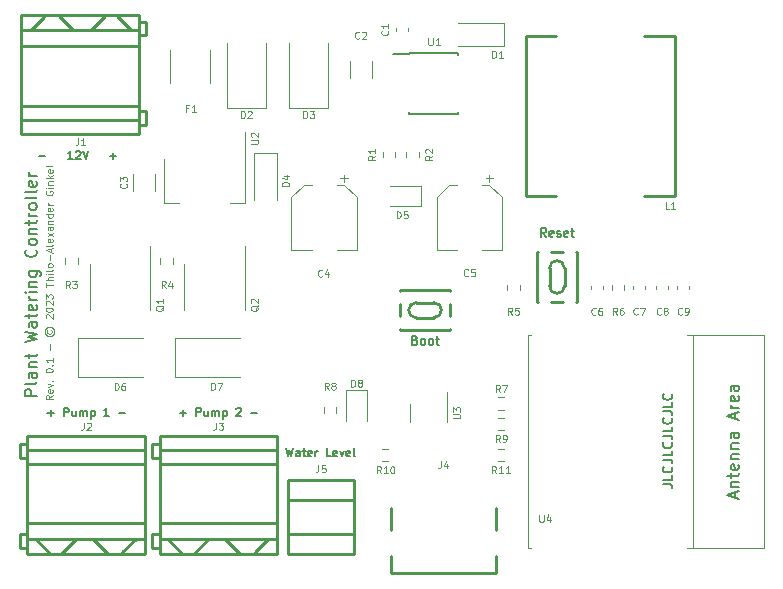
<source format=gbr>
%TF.GenerationSoftware,KiCad,Pcbnew,7.99.0-1092-g932f171e96*%
%TF.CreationDate,2023-06-26T03:17:45+02:00*%
%TF.ProjectId,irrigation,69727269-6761-4746-996f-6e2e6b696361,0.1*%
%TF.SameCoordinates,Original*%
%TF.FileFunction,Legend,Top*%
%TF.FilePolarity,Positive*%
%FSLAX46Y46*%
G04 Gerber Fmt 4.6, Leading zero omitted, Abs format (unit mm)*
G04 Created by KiCad (PCBNEW 7.99.0-1092-g932f171e96) date 2023-06-26 03:17:45*
%MOMM*%
%LPD*%
G01*
G04 APERTURE LIST*
%ADD10C,0.150000*%
%ADD11C,0.100000*%
%ADD12C,0.254000*%
%ADD13C,0.120000*%
G04 APERTURE END LIST*
D10*
X165802095Y-74880952D02*
X166373523Y-74880952D01*
X166373523Y-74880952D02*
X166487809Y-74919047D01*
X166487809Y-74919047D02*
X166564000Y-74995238D01*
X166564000Y-74995238D02*
X166602095Y-75109523D01*
X166602095Y-75109523D02*
X166602095Y-75185714D01*
X166602095Y-74119047D02*
X166602095Y-74499999D01*
X166602095Y-74499999D02*
X165802095Y-74499999D01*
X166525904Y-73395237D02*
X166564000Y-73433333D01*
X166564000Y-73433333D02*
X166602095Y-73547618D01*
X166602095Y-73547618D02*
X166602095Y-73623809D01*
X166602095Y-73623809D02*
X166564000Y-73738095D01*
X166564000Y-73738095D02*
X166487809Y-73814285D01*
X166487809Y-73814285D02*
X166411619Y-73852380D01*
X166411619Y-73852380D02*
X166259238Y-73890476D01*
X166259238Y-73890476D02*
X166144952Y-73890476D01*
X166144952Y-73890476D02*
X165992571Y-73852380D01*
X165992571Y-73852380D02*
X165916380Y-73814285D01*
X165916380Y-73814285D02*
X165840190Y-73738095D01*
X165840190Y-73738095D02*
X165802095Y-73623809D01*
X165802095Y-73623809D02*
X165802095Y-73547618D01*
X165802095Y-73547618D02*
X165840190Y-73433333D01*
X165840190Y-73433333D02*
X165878285Y-73395237D01*
X165802095Y-72823809D02*
X166373523Y-72823809D01*
X166373523Y-72823809D02*
X166487809Y-72861904D01*
X166487809Y-72861904D02*
X166564000Y-72938095D01*
X166564000Y-72938095D02*
X166602095Y-73052380D01*
X166602095Y-73052380D02*
X166602095Y-73128571D01*
X166602095Y-72061904D02*
X166602095Y-72442856D01*
X166602095Y-72442856D02*
X165802095Y-72442856D01*
X166525904Y-71338094D02*
X166564000Y-71376190D01*
X166564000Y-71376190D02*
X166602095Y-71490475D01*
X166602095Y-71490475D02*
X166602095Y-71566666D01*
X166602095Y-71566666D02*
X166564000Y-71680952D01*
X166564000Y-71680952D02*
X166487809Y-71757142D01*
X166487809Y-71757142D02*
X166411619Y-71795237D01*
X166411619Y-71795237D02*
X166259238Y-71833333D01*
X166259238Y-71833333D02*
X166144952Y-71833333D01*
X166144952Y-71833333D02*
X165992571Y-71795237D01*
X165992571Y-71795237D02*
X165916380Y-71757142D01*
X165916380Y-71757142D02*
X165840190Y-71680952D01*
X165840190Y-71680952D02*
X165802095Y-71566666D01*
X165802095Y-71566666D02*
X165802095Y-71490475D01*
X165802095Y-71490475D02*
X165840190Y-71376190D01*
X165840190Y-71376190D02*
X165878285Y-71338094D01*
X165802095Y-70766666D02*
X166373523Y-70766666D01*
X166373523Y-70766666D02*
X166487809Y-70804761D01*
X166487809Y-70804761D02*
X166564000Y-70880952D01*
X166564000Y-70880952D02*
X166602095Y-70995237D01*
X166602095Y-70995237D02*
X166602095Y-71071428D01*
X166602095Y-70004761D02*
X166602095Y-70385713D01*
X166602095Y-70385713D02*
X165802095Y-70385713D01*
X166525904Y-69280951D02*
X166564000Y-69319047D01*
X166564000Y-69319047D02*
X166602095Y-69433332D01*
X166602095Y-69433332D02*
X166602095Y-69509523D01*
X166602095Y-69509523D02*
X166564000Y-69623809D01*
X166564000Y-69623809D02*
X166487809Y-69699999D01*
X166487809Y-69699999D02*
X166411619Y-69738094D01*
X166411619Y-69738094D02*
X166259238Y-69776190D01*
X166259238Y-69776190D02*
X166144952Y-69776190D01*
X166144952Y-69776190D02*
X165992571Y-69738094D01*
X165992571Y-69738094D02*
X165916380Y-69699999D01*
X165916380Y-69699999D02*
X165840190Y-69623809D01*
X165840190Y-69623809D02*
X165802095Y-69509523D01*
X165802095Y-69509523D02*
X165802095Y-69433332D01*
X165802095Y-69433332D02*
X165840190Y-69319047D01*
X165840190Y-69319047D02*
X165878285Y-69280951D01*
X165802095Y-68709523D02*
X166373523Y-68709523D01*
X166373523Y-68709523D02*
X166487809Y-68747618D01*
X166487809Y-68747618D02*
X166564000Y-68823809D01*
X166564000Y-68823809D02*
X166602095Y-68938094D01*
X166602095Y-68938094D02*
X166602095Y-69014285D01*
X166602095Y-67947618D02*
X166602095Y-68328570D01*
X166602095Y-68328570D02*
X165802095Y-68328570D01*
X166525904Y-67223808D02*
X166564000Y-67261904D01*
X166564000Y-67261904D02*
X166602095Y-67376189D01*
X166602095Y-67376189D02*
X166602095Y-67452380D01*
X166602095Y-67452380D02*
X166564000Y-67566666D01*
X166564000Y-67566666D02*
X166487809Y-67642856D01*
X166487809Y-67642856D02*
X166411619Y-67680951D01*
X166411619Y-67680951D02*
X166259238Y-67719047D01*
X166259238Y-67719047D02*
X166144952Y-67719047D01*
X166144952Y-67719047D02*
X165992571Y-67680951D01*
X165992571Y-67680951D02*
X165916380Y-67642856D01*
X165916380Y-67642856D02*
X165840190Y-67566666D01*
X165840190Y-67566666D02*
X165802095Y-67452380D01*
X165802095Y-67452380D02*
X165802095Y-67376189D01*
X165802095Y-67376189D02*
X165840190Y-67261904D01*
X165840190Y-67261904D02*
X165878285Y-67223808D01*
X112777619Y-67400004D02*
X111777619Y-67400004D01*
X111777619Y-67400004D02*
X111777619Y-67019052D01*
X111777619Y-67019052D02*
X111825238Y-66923814D01*
X111825238Y-66923814D02*
X111872857Y-66876195D01*
X111872857Y-66876195D02*
X111968095Y-66828576D01*
X111968095Y-66828576D02*
X112110952Y-66828576D01*
X112110952Y-66828576D02*
X112206190Y-66876195D01*
X112206190Y-66876195D02*
X112253809Y-66923814D01*
X112253809Y-66923814D02*
X112301428Y-67019052D01*
X112301428Y-67019052D02*
X112301428Y-67400004D01*
X112777619Y-66257147D02*
X112730000Y-66352385D01*
X112730000Y-66352385D02*
X112634761Y-66400004D01*
X112634761Y-66400004D02*
X111777619Y-66400004D01*
X112777619Y-65447623D02*
X112253809Y-65447623D01*
X112253809Y-65447623D02*
X112158571Y-65495242D01*
X112158571Y-65495242D02*
X112110952Y-65590480D01*
X112110952Y-65590480D02*
X112110952Y-65780956D01*
X112110952Y-65780956D02*
X112158571Y-65876194D01*
X112730000Y-65447623D02*
X112777619Y-65542861D01*
X112777619Y-65542861D02*
X112777619Y-65780956D01*
X112777619Y-65780956D02*
X112730000Y-65876194D01*
X112730000Y-65876194D02*
X112634761Y-65923813D01*
X112634761Y-65923813D02*
X112539523Y-65923813D01*
X112539523Y-65923813D02*
X112444285Y-65876194D01*
X112444285Y-65876194D02*
X112396666Y-65780956D01*
X112396666Y-65780956D02*
X112396666Y-65542861D01*
X112396666Y-65542861D02*
X112349047Y-65447623D01*
X112110952Y-64971432D02*
X112777619Y-64971432D01*
X112206190Y-64971432D02*
X112158571Y-64923813D01*
X112158571Y-64923813D02*
X112110952Y-64828575D01*
X112110952Y-64828575D02*
X112110952Y-64685718D01*
X112110952Y-64685718D02*
X112158571Y-64590480D01*
X112158571Y-64590480D02*
X112253809Y-64542861D01*
X112253809Y-64542861D02*
X112777619Y-64542861D01*
X112110952Y-64209527D02*
X112110952Y-63828575D01*
X111777619Y-64066670D02*
X112634761Y-64066670D01*
X112634761Y-64066670D02*
X112730000Y-64019051D01*
X112730000Y-64019051D02*
X112777619Y-63923813D01*
X112777619Y-63923813D02*
X112777619Y-63828575D01*
X111777619Y-62828574D02*
X112777619Y-62590479D01*
X112777619Y-62590479D02*
X112063333Y-62400003D01*
X112063333Y-62400003D02*
X112777619Y-62209527D01*
X112777619Y-62209527D02*
X111777619Y-61971432D01*
X112777619Y-61161908D02*
X112253809Y-61161908D01*
X112253809Y-61161908D02*
X112158571Y-61209527D01*
X112158571Y-61209527D02*
X112110952Y-61304765D01*
X112110952Y-61304765D02*
X112110952Y-61495241D01*
X112110952Y-61495241D02*
X112158571Y-61590479D01*
X112730000Y-61161908D02*
X112777619Y-61257146D01*
X112777619Y-61257146D02*
X112777619Y-61495241D01*
X112777619Y-61495241D02*
X112730000Y-61590479D01*
X112730000Y-61590479D02*
X112634761Y-61638098D01*
X112634761Y-61638098D02*
X112539523Y-61638098D01*
X112539523Y-61638098D02*
X112444285Y-61590479D01*
X112444285Y-61590479D02*
X112396666Y-61495241D01*
X112396666Y-61495241D02*
X112396666Y-61257146D01*
X112396666Y-61257146D02*
X112349047Y-61161908D01*
X112110952Y-60828574D02*
X112110952Y-60447622D01*
X111777619Y-60685717D02*
X112634761Y-60685717D01*
X112634761Y-60685717D02*
X112730000Y-60638098D01*
X112730000Y-60638098D02*
X112777619Y-60542860D01*
X112777619Y-60542860D02*
X112777619Y-60447622D01*
X112730000Y-59733336D02*
X112777619Y-59828574D01*
X112777619Y-59828574D02*
X112777619Y-60019050D01*
X112777619Y-60019050D02*
X112730000Y-60114288D01*
X112730000Y-60114288D02*
X112634761Y-60161907D01*
X112634761Y-60161907D02*
X112253809Y-60161907D01*
X112253809Y-60161907D02*
X112158571Y-60114288D01*
X112158571Y-60114288D02*
X112110952Y-60019050D01*
X112110952Y-60019050D02*
X112110952Y-59828574D01*
X112110952Y-59828574D02*
X112158571Y-59733336D01*
X112158571Y-59733336D02*
X112253809Y-59685717D01*
X112253809Y-59685717D02*
X112349047Y-59685717D01*
X112349047Y-59685717D02*
X112444285Y-60161907D01*
X112777619Y-59257145D02*
X112110952Y-59257145D01*
X112301428Y-59257145D02*
X112206190Y-59209526D01*
X112206190Y-59209526D02*
X112158571Y-59161907D01*
X112158571Y-59161907D02*
X112110952Y-59066669D01*
X112110952Y-59066669D02*
X112110952Y-58971431D01*
X112777619Y-58638097D02*
X112110952Y-58638097D01*
X111777619Y-58638097D02*
X111825238Y-58685716D01*
X111825238Y-58685716D02*
X111872857Y-58638097D01*
X111872857Y-58638097D02*
X111825238Y-58590478D01*
X111825238Y-58590478D02*
X111777619Y-58638097D01*
X111777619Y-58638097D02*
X111872857Y-58638097D01*
X112110952Y-58161907D02*
X112777619Y-58161907D01*
X112206190Y-58161907D02*
X112158571Y-58114288D01*
X112158571Y-58114288D02*
X112110952Y-58019050D01*
X112110952Y-58019050D02*
X112110952Y-57876193D01*
X112110952Y-57876193D02*
X112158571Y-57780955D01*
X112158571Y-57780955D02*
X112253809Y-57733336D01*
X112253809Y-57733336D02*
X112777619Y-57733336D01*
X112110952Y-56828574D02*
X112920476Y-56828574D01*
X112920476Y-56828574D02*
X113015714Y-56876193D01*
X113015714Y-56876193D02*
X113063333Y-56923812D01*
X113063333Y-56923812D02*
X113110952Y-57019050D01*
X113110952Y-57019050D02*
X113110952Y-57161907D01*
X113110952Y-57161907D02*
X113063333Y-57257145D01*
X112730000Y-56828574D02*
X112777619Y-56923812D01*
X112777619Y-56923812D02*
X112777619Y-57114288D01*
X112777619Y-57114288D02*
X112730000Y-57209526D01*
X112730000Y-57209526D02*
X112682380Y-57257145D01*
X112682380Y-57257145D02*
X112587142Y-57304764D01*
X112587142Y-57304764D02*
X112301428Y-57304764D01*
X112301428Y-57304764D02*
X112206190Y-57257145D01*
X112206190Y-57257145D02*
X112158571Y-57209526D01*
X112158571Y-57209526D02*
X112110952Y-57114288D01*
X112110952Y-57114288D02*
X112110952Y-56923812D01*
X112110952Y-56923812D02*
X112158571Y-56828574D01*
X112682380Y-55019050D02*
X112730000Y-55066669D01*
X112730000Y-55066669D02*
X112777619Y-55209526D01*
X112777619Y-55209526D02*
X112777619Y-55304764D01*
X112777619Y-55304764D02*
X112730000Y-55447621D01*
X112730000Y-55447621D02*
X112634761Y-55542859D01*
X112634761Y-55542859D02*
X112539523Y-55590478D01*
X112539523Y-55590478D02*
X112349047Y-55638097D01*
X112349047Y-55638097D02*
X112206190Y-55638097D01*
X112206190Y-55638097D02*
X112015714Y-55590478D01*
X112015714Y-55590478D02*
X111920476Y-55542859D01*
X111920476Y-55542859D02*
X111825238Y-55447621D01*
X111825238Y-55447621D02*
X111777619Y-55304764D01*
X111777619Y-55304764D02*
X111777619Y-55209526D01*
X111777619Y-55209526D02*
X111825238Y-55066669D01*
X111825238Y-55066669D02*
X111872857Y-55019050D01*
X112777619Y-54447621D02*
X112730000Y-54542859D01*
X112730000Y-54542859D02*
X112682380Y-54590478D01*
X112682380Y-54590478D02*
X112587142Y-54638097D01*
X112587142Y-54638097D02*
X112301428Y-54638097D01*
X112301428Y-54638097D02*
X112206190Y-54590478D01*
X112206190Y-54590478D02*
X112158571Y-54542859D01*
X112158571Y-54542859D02*
X112110952Y-54447621D01*
X112110952Y-54447621D02*
X112110952Y-54304764D01*
X112110952Y-54304764D02*
X112158571Y-54209526D01*
X112158571Y-54209526D02*
X112206190Y-54161907D01*
X112206190Y-54161907D02*
X112301428Y-54114288D01*
X112301428Y-54114288D02*
X112587142Y-54114288D01*
X112587142Y-54114288D02*
X112682380Y-54161907D01*
X112682380Y-54161907D02*
X112730000Y-54209526D01*
X112730000Y-54209526D02*
X112777619Y-54304764D01*
X112777619Y-54304764D02*
X112777619Y-54447621D01*
X112110952Y-53685716D02*
X112777619Y-53685716D01*
X112206190Y-53685716D02*
X112158571Y-53638097D01*
X112158571Y-53638097D02*
X112110952Y-53542859D01*
X112110952Y-53542859D02*
X112110952Y-53400002D01*
X112110952Y-53400002D02*
X112158571Y-53304764D01*
X112158571Y-53304764D02*
X112253809Y-53257145D01*
X112253809Y-53257145D02*
X112777619Y-53257145D01*
X112110952Y-52923811D02*
X112110952Y-52542859D01*
X111777619Y-52780954D02*
X112634761Y-52780954D01*
X112634761Y-52780954D02*
X112730000Y-52733335D01*
X112730000Y-52733335D02*
X112777619Y-52638097D01*
X112777619Y-52638097D02*
X112777619Y-52542859D01*
X112777619Y-52209525D02*
X112110952Y-52209525D01*
X112301428Y-52209525D02*
X112206190Y-52161906D01*
X112206190Y-52161906D02*
X112158571Y-52114287D01*
X112158571Y-52114287D02*
X112110952Y-52019049D01*
X112110952Y-52019049D02*
X112110952Y-51923811D01*
X112777619Y-51447620D02*
X112730000Y-51542858D01*
X112730000Y-51542858D02*
X112682380Y-51590477D01*
X112682380Y-51590477D02*
X112587142Y-51638096D01*
X112587142Y-51638096D02*
X112301428Y-51638096D01*
X112301428Y-51638096D02*
X112206190Y-51590477D01*
X112206190Y-51590477D02*
X112158571Y-51542858D01*
X112158571Y-51542858D02*
X112110952Y-51447620D01*
X112110952Y-51447620D02*
X112110952Y-51304763D01*
X112110952Y-51304763D02*
X112158571Y-51209525D01*
X112158571Y-51209525D02*
X112206190Y-51161906D01*
X112206190Y-51161906D02*
X112301428Y-51114287D01*
X112301428Y-51114287D02*
X112587142Y-51114287D01*
X112587142Y-51114287D02*
X112682380Y-51161906D01*
X112682380Y-51161906D02*
X112730000Y-51209525D01*
X112730000Y-51209525D02*
X112777619Y-51304763D01*
X112777619Y-51304763D02*
X112777619Y-51447620D01*
X112777619Y-50542858D02*
X112730000Y-50638096D01*
X112730000Y-50638096D02*
X112634761Y-50685715D01*
X112634761Y-50685715D02*
X111777619Y-50685715D01*
X112777619Y-50019048D02*
X112730000Y-50114286D01*
X112730000Y-50114286D02*
X112634761Y-50161905D01*
X112634761Y-50161905D02*
X111777619Y-50161905D01*
X112730000Y-49257143D02*
X112777619Y-49352381D01*
X112777619Y-49352381D02*
X112777619Y-49542857D01*
X112777619Y-49542857D02*
X112730000Y-49638095D01*
X112730000Y-49638095D02*
X112634761Y-49685714D01*
X112634761Y-49685714D02*
X112253809Y-49685714D01*
X112253809Y-49685714D02*
X112158571Y-49638095D01*
X112158571Y-49638095D02*
X112110952Y-49542857D01*
X112110952Y-49542857D02*
X112110952Y-49352381D01*
X112110952Y-49352381D02*
X112158571Y-49257143D01*
X112158571Y-49257143D02*
X112253809Y-49209524D01*
X112253809Y-49209524D02*
X112349047Y-49209524D01*
X112349047Y-49209524D02*
X112444285Y-49685714D01*
X112777619Y-48780952D02*
X112110952Y-48780952D01*
X112301428Y-48780952D02*
X112206190Y-48733333D01*
X112206190Y-48733333D02*
X112158571Y-48685714D01*
X112158571Y-48685714D02*
X112110952Y-48590476D01*
X112110952Y-48590476D02*
X112110952Y-48495238D01*
D11*
X114126571Y-67371431D02*
X113840857Y-67571431D01*
X114126571Y-67714288D02*
X113526571Y-67714288D01*
X113526571Y-67714288D02*
X113526571Y-67485717D01*
X113526571Y-67485717D02*
X113555142Y-67428574D01*
X113555142Y-67428574D02*
X113583714Y-67400003D01*
X113583714Y-67400003D02*
X113640857Y-67371431D01*
X113640857Y-67371431D02*
X113726571Y-67371431D01*
X113726571Y-67371431D02*
X113783714Y-67400003D01*
X113783714Y-67400003D02*
X113812285Y-67428574D01*
X113812285Y-67428574D02*
X113840857Y-67485717D01*
X113840857Y-67485717D02*
X113840857Y-67714288D01*
X114098000Y-66885717D02*
X114126571Y-66942860D01*
X114126571Y-66942860D02*
X114126571Y-67057146D01*
X114126571Y-67057146D02*
X114098000Y-67114288D01*
X114098000Y-67114288D02*
X114040857Y-67142860D01*
X114040857Y-67142860D02*
X113812285Y-67142860D01*
X113812285Y-67142860D02*
X113755142Y-67114288D01*
X113755142Y-67114288D02*
X113726571Y-67057146D01*
X113726571Y-67057146D02*
X113726571Y-66942860D01*
X113726571Y-66942860D02*
X113755142Y-66885717D01*
X113755142Y-66885717D02*
X113812285Y-66857146D01*
X113812285Y-66857146D02*
X113869428Y-66857146D01*
X113869428Y-66857146D02*
X113926571Y-67142860D01*
X113726571Y-66657145D02*
X114126571Y-66514288D01*
X114126571Y-66514288D02*
X113726571Y-66371431D01*
X114069428Y-66142859D02*
X114098000Y-66114288D01*
X114098000Y-66114288D02*
X114126571Y-66142859D01*
X114126571Y-66142859D02*
X114098000Y-66171431D01*
X114098000Y-66171431D02*
X114069428Y-66142859D01*
X114069428Y-66142859D02*
X114126571Y-66142859D01*
X113526571Y-65285717D02*
X113526571Y-65228574D01*
X113526571Y-65228574D02*
X113555142Y-65171431D01*
X113555142Y-65171431D02*
X113583714Y-65142860D01*
X113583714Y-65142860D02*
X113640857Y-65114288D01*
X113640857Y-65114288D02*
X113755142Y-65085717D01*
X113755142Y-65085717D02*
X113898000Y-65085717D01*
X113898000Y-65085717D02*
X114012285Y-65114288D01*
X114012285Y-65114288D02*
X114069428Y-65142860D01*
X114069428Y-65142860D02*
X114098000Y-65171431D01*
X114098000Y-65171431D02*
X114126571Y-65228574D01*
X114126571Y-65228574D02*
X114126571Y-65285717D01*
X114126571Y-65285717D02*
X114098000Y-65342860D01*
X114098000Y-65342860D02*
X114069428Y-65371431D01*
X114069428Y-65371431D02*
X114012285Y-65400002D01*
X114012285Y-65400002D02*
X113898000Y-65428574D01*
X113898000Y-65428574D02*
X113755142Y-65428574D01*
X113755142Y-65428574D02*
X113640857Y-65400002D01*
X113640857Y-65400002D02*
X113583714Y-65371431D01*
X113583714Y-65371431D02*
X113555142Y-65342860D01*
X113555142Y-65342860D02*
X113526571Y-65285717D01*
X114069428Y-64828573D02*
X114098000Y-64800002D01*
X114098000Y-64800002D02*
X114126571Y-64828573D01*
X114126571Y-64828573D02*
X114098000Y-64857145D01*
X114098000Y-64857145D02*
X114069428Y-64828573D01*
X114069428Y-64828573D02*
X114126571Y-64828573D01*
X114126571Y-64228574D02*
X114126571Y-64571431D01*
X114126571Y-64400002D02*
X113526571Y-64400002D01*
X113526571Y-64400002D02*
X113612285Y-64457145D01*
X113612285Y-64457145D02*
X113669428Y-64514288D01*
X113669428Y-64514288D02*
X113698000Y-64571431D01*
X113898000Y-63514287D02*
X113898000Y-63057145D01*
X113669428Y-61828573D02*
X113640857Y-61885716D01*
X113640857Y-61885716D02*
X113640857Y-62000002D01*
X113640857Y-62000002D02*
X113669428Y-62057145D01*
X113669428Y-62057145D02*
X113726571Y-62114287D01*
X113726571Y-62114287D02*
X113783714Y-62142859D01*
X113783714Y-62142859D02*
X113898000Y-62142859D01*
X113898000Y-62142859D02*
X113955142Y-62114287D01*
X113955142Y-62114287D02*
X114012285Y-62057145D01*
X114012285Y-62057145D02*
X114040857Y-62000002D01*
X114040857Y-62000002D02*
X114040857Y-61885716D01*
X114040857Y-61885716D02*
X114012285Y-61828573D01*
X113440857Y-61942859D02*
X113469428Y-62085716D01*
X113469428Y-62085716D02*
X113555142Y-62228573D01*
X113555142Y-62228573D02*
X113698000Y-62314287D01*
X113698000Y-62314287D02*
X113840857Y-62342859D01*
X113840857Y-62342859D02*
X113983714Y-62314287D01*
X113983714Y-62314287D02*
X114126571Y-62228573D01*
X114126571Y-62228573D02*
X114212285Y-62085716D01*
X114212285Y-62085716D02*
X114240857Y-61942859D01*
X114240857Y-61942859D02*
X114212285Y-61800002D01*
X114212285Y-61800002D02*
X114126571Y-61657145D01*
X114126571Y-61657145D02*
X113983714Y-61571430D01*
X113983714Y-61571430D02*
X113840857Y-61542859D01*
X113840857Y-61542859D02*
X113698000Y-61571430D01*
X113698000Y-61571430D02*
X113555142Y-61657145D01*
X113555142Y-61657145D02*
X113469428Y-61800002D01*
X113469428Y-61800002D02*
X113440857Y-61942859D01*
X113583714Y-60857145D02*
X113555142Y-60828573D01*
X113555142Y-60828573D02*
X113526571Y-60771431D01*
X113526571Y-60771431D02*
X113526571Y-60628573D01*
X113526571Y-60628573D02*
X113555142Y-60571431D01*
X113555142Y-60571431D02*
X113583714Y-60542859D01*
X113583714Y-60542859D02*
X113640857Y-60514288D01*
X113640857Y-60514288D02*
X113698000Y-60514288D01*
X113698000Y-60514288D02*
X113783714Y-60542859D01*
X113783714Y-60542859D02*
X114126571Y-60885716D01*
X114126571Y-60885716D02*
X114126571Y-60514288D01*
X113526571Y-60142859D02*
X113526571Y-60085716D01*
X113526571Y-60085716D02*
X113555142Y-60028573D01*
X113555142Y-60028573D02*
X113583714Y-60000002D01*
X113583714Y-60000002D02*
X113640857Y-59971430D01*
X113640857Y-59971430D02*
X113755142Y-59942859D01*
X113755142Y-59942859D02*
X113898000Y-59942859D01*
X113898000Y-59942859D02*
X114012285Y-59971430D01*
X114012285Y-59971430D02*
X114069428Y-60000002D01*
X114069428Y-60000002D02*
X114098000Y-60028573D01*
X114098000Y-60028573D02*
X114126571Y-60085716D01*
X114126571Y-60085716D02*
X114126571Y-60142859D01*
X114126571Y-60142859D02*
X114098000Y-60200002D01*
X114098000Y-60200002D02*
X114069428Y-60228573D01*
X114069428Y-60228573D02*
X114012285Y-60257144D01*
X114012285Y-60257144D02*
X113898000Y-60285716D01*
X113898000Y-60285716D02*
X113755142Y-60285716D01*
X113755142Y-60285716D02*
X113640857Y-60257144D01*
X113640857Y-60257144D02*
X113583714Y-60228573D01*
X113583714Y-60228573D02*
X113555142Y-60200002D01*
X113555142Y-60200002D02*
X113526571Y-60142859D01*
X113583714Y-59714287D02*
X113555142Y-59685715D01*
X113555142Y-59685715D02*
X113526571Y-59628573D01*
X113526571Y-59628573D02*
X113526571Y-59485715D01*
X113526571Y-59485715D02*
X113555142Y-59428573D01*
X113555142Y-59428573D02*
X113583714Y-59400001D01*
X113583714Y-59400001D02*
X113640857Y-59371430D01*
X113640857Y-59371430D02*
X113698000Y-59371430D01*
X113698000Y-59371430D02*
X113783714Y-59400001D01*
X113783714Y-59400001D02*
X114126571Y-59742858D01*
X114126571Y-59742858D02*
X114126571Y-59371430D01*
X113526571Y-59171429D02*
X113526571Y-58800001D01*
X113526571Y-58800001D02*
X113755142Y-59000001D01*
X113755142Y-59000001D02*
X113755142Y-58914286D01*
X113755142Y-58914286D02*
X113783714Y-58857144D01*
X113783714Y-58857144D02*
X113812285Y-58828572D01*
X113812285Y-58828572D02*
X113869428Y-58800001D01*
X113869428Y-58800001D02*
X114012285Y-58800001D01*
X114012285Y-58800001D02*
X114069428Y-58828572D01*
X114069428Y-58828572D02*
X114098000Y-58857144D01*
X114098000Y-58857144D02*
X114126571Y-58914286D01*
X114126571Y-58914286D02*
X114126571Y-59085715D01*
X114126571Y-59085715D02*
X114098000Y-59142858D01*
X114098000Y-59142858D02*
X114069428Y-59171429D01*
X113526571Y-58171429D02*
X113526571Y-57828572D01*
X114126571Y-58000000D02*
X113526571Y-58000000D01*
X114126571Y-57628571D02*
X113526571Y-57628571D01*
X114126571Y-57371429D02*
X113812285Y-57371429D01*
X113812285Y-57371429D02*
X113755142Y-57400000D01*
X113755142Y-57400000D02*
X113726571Y-57457143D01*
X113726571Y-57457143D02*
X113726571Y-57542857D01*
X113726571Y-57542857D02*
X113755142Y-57600000D01*
X113755142Y-57600000D02*
X113783714Y-57628571D01*
X114126571Y-57085714D02*
X113726571Y-57085714D01*
X113526571Y-57085714D02*
X113555142Y-57114286D01*
X113555142Y-57114286D02*
X113583714Y-57085714D01*
X113583714Y-57085714D02*
X113555142Y-57057143D01*
X113555142Y-57057143D02*
X113526571Y-57085714D01*
X113526571Y-57085714D02*
X113583714Y-57085714D01*
X114126571Y-56714286D02*
X114098000Y-56771429D01*
X114098000Y-56771429D02*
X114040857Y-56800000D01*
X114040857Y-56800000D02*
X113526571Y-56800000D01*
X114126571Y-56400000D02*
X114098000Y-56457143D01*
X114098000Y-56457143D02*
X114069428Y-56485714D01*
X114069428Y-56485714D02*
X114012285Y-56514286D01*
X114012285Y-56514286D02*
X113840857Y-56514286D01*
X113840857Y-56514286D02*
X113783714Y-56485714D01*
X113783714Y-56485714D02*
X113755142Y-56457143D01*
X113755142Y-56457143D02*
X113726571Y-56400000D01*
X113726571Y-56400000D02*
X113726571Y-56314286D01*
X113726571Y-56314286D02*
X113755142Y-56257143D01*
X113755142Y-56257143D02*
X113783714Y-56228572D01*
X113783714Y-56228572D02*
X113840857Y-56200000D01*
X113840857Y-56200000D02*
X114012285Y-56200000D01*
X114012285Y-56200000D02*
X114069428Y-56228572D01*
X114069428Y-56228572D02*
X114098000Y-56257143D01*
X114098000Y-56257143D02*
X114126571Y-56314286D01*
X114126571Y-56314286D02*
X114126571Y-56400000D01*
X113898000Y-55942857D02*
X113898000Y-55485715D01*
X113955142Y-55228572D02*
X113955142Y-54942858D01*
X114126571Y-55285715D02*
X113526571Y-55085715D01*
X113526571Y-55085715D02*
X114126571Y-54885715D01*
X114126571Y-54600000D02*
X114098000Y-54657143D01*
X114098000Y-54657143D02*
X114040857Y-54685714D01*
X114040857Y-54685714D02*
X113526571Y-54685714D01*
X114098000Y-54142857D02*
X114126571Y-54200000D01*
X114126571Y-54200000D02*
X114126571Y-54314286D01*
X114126571Y-54314286D02*
X114098000Y-54371428D01*
X114098000Y-54371428D02*
X114040857Y-54400000D01*
X114040857Y-54400000D02*
X113812285Y-54400000D01*
X113812285Y-54400000D02*
X113755142Y-54371428D01*
X113755142Y-54371428D02*
X113726571Y-54314286D01*
X113726571Y-54314286D02*
X113726571Y-54200000D01*
X113726571Y-54200000D02*
X113755142Y-54142857D01*
X113755142Y-54142857D02*
X113812285Y-54114286D01*
X113812285Y-54114286D02*
X113869428Y-54114286D01*
X113869428Y-54114286D02*
X113926571Y-54400000D01*
X114126571Y-53914285D02*
X113726571Y-53600000D01*
X113726571Y-53914285D02*
X114126571Y-53600000D01*
X114126571Y-53114286D02*
X113812285Y-53114286D01*
X113812285Y-53114286D02*
X113755142Y-53142857D01*
X113755142Y-53142857D02*
X113726571Y-53200000D01*
X113726571Y-53200000D02*
X113726571Y-53314286D01*
X113726571Y-53314286D02*
X113755142Y-53371428D01*
X114098000Y-53114286D02*
X114126571Y-53171428D01*
X114126571Y-53171428D02*
X114126571Y-53314286D01*
X114126571Y-53314286D02*
X114098000Y-53371428D01*
X114098000Y-53371428D02*
X114040857Y-53400000D01*
X114040857Y-53400000D02*
X113983714Y-53400000D01*
X113983714Y-53400000D02*
X113926571Y-53371428D01*
X113926571Y-53371428D02*
X113898000Y-53314286D01*
X113898000Y-53314286D02*
X113898000Y-53171428D01*
X113898000Y-53171428D02*
X113869428Y-53114286D01*
X113726571Y-52828571D02*
X114126571Y-52828571D01*
X113783714Y-52828571D02*
X113755142Y-52800000D01*
X113755142Y-52800000D02*
X113726571Y-52742857D01*
X113726571Y-52742857D02*
X113726571Y-52657143D01*
X113726571Y-52657143D02*
X113755142Y-52600000D01*
X113755142Y-52600000D02*
X113812285Y-52571429D01*
X113812285Y-52571429D02*
X114126571Y-52571429D01*
X114126571Y-52028572D02*
X113526571Y-52028572D01*
X114098000Y-52028572D02*
X114126571Y-52085714D01*
X114126571Y-52085714D02*
X114126571Y-52200000D01*
X114126571Y-52200000D02*
X114098000Y-52257143D01*
X114098000Y-52257143D02*
X114069428Y-52285714D01*
X114069428Y-52285714D02*
X114012285Y-52314286D01*
X114012285Y-52314286D02*
X113840857Y-52314286D01*
X113840857Y-52314286D02*
X113783714Y-52285714D01*
X113783714Y-52285714D02*
X113755142Y-52257143D01*
X113755142Y-52257143D02*
X113726571Y-52200000D01*
X113726571Y-52200000D02*
X113726571Y-52085714D01*
X113726571Y-52085714D02*
X113755142Y-52028572D01*
X114098000Y-51514286D02*
X114126571Y-51571429D01*
X114126571Y-51571429D02*
X114126571Y-51685715D01*
X114126571Y-51685715D02*
X114098000Y-51742857D01*
X114098000Y-51742857D02*
X114040857Y-51771429D01*
X114040857Y-51771429D02*
X113812285Y-51771429D01*
X113812285Y-51771429D02*
X113755142Y-51742857D01*
X113755142Y-51742857D02*
X113726571Y-51685715D01*
X113726571Y-51685715D02*
X113726571Y-51571429D01*
X113726571Y-51571429D02*
X113755142Y-51514286D01*
X113755142Y-51514286D02*
X113812285Y-51485715D01*
X113812285Y-51485715D02*
X113869428Y-51485715D01*
X113869428Y-51485715D02*
X113926571Y-51771429D01*
X114126571Y-51228571D02*
X113726571Y-51228571D01*
X113840857Y-51228571D02*
X113783714Y-51200000D01*
X113783714Y-51200000D02*
X113755142Y-51171429D01*
X113755142Y-51171429D02*
X113726571Y-51114286D01*
X113726571Y-51114286D02*
X113726571Y-51057143D01*
X113555142Y-50085714D02*
X113526571Y-50142857D01*
X113526571Y-50142857D02*
X113526571Y-50228571D01*
X113526571Y-50228571D02*
X113555142Y-50314285D01*
X113555142Y-50314285D02*
X113612285Y-50371428D01*
X113612285Y-50371428D02*
X113669428Y-50399999D01*
X113669428Y-50399999D02*
X113783714Y-50428571D01*
X113783714Y-50428571D02*
X113869428Y-50428571D01*
X113869428Y-50428571D02*
X113983714Y-50399999D01*
X113983714Y-50399999D02*
X114040857Y-50371428D01*
X114040857Y-50371428D02*
X114098000Y-50314285D01*
X114098000Y-50314285D02*
X114126571Y-50228571D01*
X114126571Y-50228571D02*
X114126571Y-50171428D01*
X114126571Y-50171428D02*
X114098000Y-50085714D01*
X114098000Y-50085714D02*
X114069428Y-50057142D01*
X114069428Y-50057142D02*
X113869428Y-50057142D01*
X113869428Y-50057142D02*
X113869428Y-50171428D01*
X114126571Y-49799999D02*
X113726571Y-49799999D01*
X113526571Y-49799999D02*
X113555142Y-49828571D01*
X113555142Y-49828571D02*
X113583714Y-49799999D01*
X113583714Y-49799999D02*
X113555142Y-49771428D01*
X113555142Y-49771428D02*
X113526571Y-49799999D01*
X113526571Y-49799999D02*
X113583714Y-49799999D01*
X113726571Y-49514285D02*
X114126571Y-49514285D01*
X113783714Y-49514285D02*
X113755142Y-49485714D01*
X113755142Y-49485714D02*
X113726571Y-49428571D01*
X113726571Y-49428571D02*
X113726571Y-49342857D01*
X113726571Y-49342857D02*
X113755142Y-49285714D01*
X113755142Y-49285714D02*
X113812285Y-49257143D01*
X113812285Y-49257143D02*
X114126571Y-49257143D01*
X114126571Y-48971428D02*
X113526571Y-48971428D01*
X113898000Y-48914286D02*
X114126571Y-48742857D01*
X113726571Y-48742857D02*
X113955142Y-48971428D01*
X114098000Y-48257143D02*
X114126571Y-48314286D01*
X114126571Y-48314286D02*
X114126571Y-48428572D01*
X114126571Y-48428572D02*
X114098000Y-48485714D01*
X114098000Y-48485714D02*
X114040857Y-48514286D01*
X114040857Y-48514286D02*
X113812285Y-48514286D01*
X113812285Y-48514286D02*
X113755142Y-48485714D01*
X113755142Y-48485714D02*
X113726571Y-48428572D01*
X113726571Y-48428572D02*
X113726571Y-48314286D01*
X113726571Y-48314286D02*
X113755142Y-48257143D01*
X113755142Y-48257143D02*
X113812285Y-48228572D01*
X113812285Y-48228572D02*
X113869428Y-48228572D01*
X113869428Y-48228572D02*
X113926571Y-48514286D01*
X114126571Y-47885714D02*
X114098000Y-47942857D01*
X114098000Y-47942857D02*
X114040857Y-47971428D01*
X114040857Y-47971428D02*
X113526571Y-47971428D01*
%TO.C,J5*%
X136629999Y-73277571D02*
X136629999Y-73706142D01*
X136629999Y-73706142D02*
X136601428Y-73791857D01*
X136601428Y-73791857D02*
X136544285Y-73849000D01*
X136544285Y-73849000D02*
X136458571Y-73877571D01*
X136458571Y-73877571D02*
X136401428Y-73877571D01*
X137201428Y-73277571D02*
X136915714Y-73277571D01*
X136915714Y-73277571D02*
X136887142Y-73563285D01*
X136887142Y-73563285D02*
X136915714Y-73534714D01*
X136915714Y-73534714D02*
X136972857Y-73506142D01*
X136972857Y-73506142D02*
X137115714Y-73506142D01*
X137115714Y-73506142D02*
X137172857Y-73534714D01*
X137172857Y-73534714D02*
X137201428Y-73563285D01*
X137201428Y-73563285D02*
X137229999Y-73620428D01*
X137229999Y-73620428D02*
X137229999Y-73763285D01*
X137229999Y-73763285D02*
X137201428Y-73820428D01*
X137201428Y-73820428D02*
X137172857Y-73849000D01*
X137172857Y-73849000D02*
X137115714Y-73877571D01*
X137115714Y-73877571D02*
X136972857Y-73877571D01*
X136972857Y-73877571D02*
X136915714Y-73849000D01*
X136915714Y-73849000D02*
X136887142Y-73820428D01*
D10*
X133866667Y-71823833D02*
X134033333Y-72523833D01*
X134033333Y-72523833D02*
X134166667Y-72023833D01*
X134166667Y-72023833D02*
X134300000Y-72523833D01*
X134300000Y-72523833D02*
X134466667Y-71823833D01*
X135033333Y-72523833D02*
X135033333Y-72157166D01*
X135033333Y-72157166D02*
X135000000Y-72090500D01*
X135000000Y-72090500D02*
X134933333Y-72057166D01*
X134933333Y-72057166D02*
X134800000Y-72057166D01*
X134800000Y-72057166D02*
X134733333Y-72090500D01*
X135033333Y-72490500D02*
X134966667Y-72523833D01*
X134966667Y-72523833D02*
X134800000Y-72523833D01*
X134800000Y-72523833D02*
X134733333Y-72490500D01*
X134733333Y-72490500D02*
X134700000Y-72423833D01*
X134700000Y-72423833D02*
X134700000Y-72357166D01*
X134700000Y-72357166D02*
X134733333Y-72290500D01*
X134733333Y-72290500D02*
X134800000Y-72257166D01*
X134800000Y-72257166D02*
X134966667Y-72257166D01*
X134966667Y-72257166D02*
X135033333Y-72223833D01*
X135266666Y-72057166D02*
X135533333Y-72057166D01*
X135366666Y-71823833D02*
X135366666Y-72423833D01*
X135366666Y-72423833D02*
X135400000Y-72490500D01*
X135400000Y-72490500D02*
X135466666Y-72523833D01*
X135466666Y-72523833D02*
X135533333Y-72523833D01*
X136033333Y-72490500D02*
X135966666Y-72523833D01*
X135966666Y-72523833D02*
X135833333Y-72523833D01*
X135833333Y-72523833D02*
X135766666Y-72490500D01*
X135766666Y-72490500D02*
X135733333Y-72423833D01*
X135733333Y-72423833D02*
X135733333Y-72157166D01*
X135733333Y-72157166D02*
X135766666Y-72090500D01*
X135766666Y-72090500D02*
X135833333Y-72057166D01*
X135833333Y-72057166D02*
X135966666Y-72057166D01*
X135966666Y-72057166D02*
X136033333Y-72090500D01*
X136033333Y-72090500D02*
X136066666Y-72157166D01*
X136066666Y-72157166D02*
X136066666Y-72223833D01*
X136066666Y-72223833D02*
X135733333Y-72290500D01*
X136366666Y-72523833D02*
X136366666Y-72057166D01*
X136366666Y-72190500D02*
X136400000Y-72123833D01*
X136400000Y-72123833D02*
X136433333Y-72090500D01*
X136433333Y-72090500D02*
X136500000Y-72057166D01*
X136500000Y-72057166D02*
X136566666Y-72057166D01*
X137666666Y-72523833D02*
X137333332Y-72523833D01*
X137333332Y-72523833D02*
X137333332Y-71823833D01*
X138166666Y-72490500D02*
X138099999Y-72523833D01*
X138099999Y-72523833D02*
X137966666Y-72523833D01*
X137966666Y-72523833D02*
X137899999Y-72490500D01*
X137899999Y-72490500D02*
X137866666Y-72423833D01*
X137866666Y-72423833D02*
X137866666Y-72157166D01*
X137866666Y-72157166D02*
X137899999Y-72090500D01*
X137899999Y-72090500D02*
X137966666Y-72057166D01*
X137966666Y-72057166D02*
X138099999Y-72057166D01*
X138099999Y-72057166D02*
X138166666Y-72090500D01*
X138166666Y-72090500D02*
X138199999Y-72157166D01*
X138199999Y-72157166D02*
X138199999Y-72223833D01*
X138199999Y-72223833D02*
X137866666Y-72290500D01*
X138433333Y-72057166D02*
X138599999Y-72523833D01*
X138599999Y-72523833D02*
X138766666Y-72057166D01*
X139299999Y-72490500D02*
X139233332Y-72523833D01*
X139233332Y-72523833D02*
X139099999Y-72523833D01*
X139099999Y-72523833D02*
X139033332Y-72490500D01*
X139033332Y-72490500D02*
X138999999Y-72423833D01*
X138999999Y-72423833D02*
X138999999Y-72157166D01*
X138999999Y-72157166D02*
X139033332Y-72090500D01*
X139033332Y-72090500D02*
X139099999Y-72057166D01*
X139099999Y-72057166D02*
X139233332Y-72057166D01*
X139233332Y-72057166D02*
X139299999Y-72090500D01*
X139299999Y-72090500D02*
X139333332Y-72157166D01*
X139333332Y-72157166D02*
X139333332Y-72223833D01*
X139333332Y-72223833D02*
X138999999Y-72290500D01*
X139733332Y-72523833D02*
X139666666Y-72490500D01*
X139666666Y-72490500D02*
X139633332Y-72423833D01*
X139633332Y-72423833D02*
X139633332Y-71823833D01*
D11*
%TO.C,C3*%
X120370428Y-49449999D02*
X120399000Y-49478571D01*
X120399000Y-49478571D02*
X120427571Y-49564285D01*
X120427571Y-49564285D02*
X120427571Y-49621428D01*
X120427571Y-49621428D02*
X120399000Y-49707142D01*
X120399000Y-49707142D02*
X120341857Y-49764285D01*
X120341857Y-49764285D02*
X120284714Y-49792856D01*
X120284714Y-49792856D02*
X120170428Y-49821428D01*
X120170428Y-49821428D02*
X120084714Y-49821428D01*
X120084714Y-49821428D02*
X119970428Y-49792856D01*
X119970428Y-49792856D02*
X119913285Y-49764285D01*
X119913285Y-49764285D02*
X119856142Y-49707142D01*
X119856142Y-49707142D02*
X119827571Y-49621428D01*
X119827571Y-49621428D02*
X119827571Y-49564285D01*
X119827571Y-49564285D02*
X119856142Y-49478571D01*
X119856142Y-49478571D02*
X119884714Y-49449999D01*
X119827571Y-49249999D02*
X119827571Y-48878571D01*
X119827571Y-48878571D02*
X120056142Y-49078571D01*
X120056142Y-49078571D02*
X120056142Y-48992856D01*
X120056142Y-48992856D02*
X120084714Y-48935714D01*
X120084714Y-48935714D02*
X120113285Y-48907142D01*
X120113285Y-48907142D02*
X120170428Y-48878571D01*
X120170428Y-48878571D02*
X120313285Y-48878571D01*
X120313285Y-48878571D02*
X120370428Y-48907142D01*
X120370428Y-48907142D02*
X120399000Y-48935714D01*
X120399000Y-48935714D02*
X120427571Y-48992856D01*
X120427571Y-48992856D02*
X120427571Y-49164285D01*
X120427571Y-49164285D02*
X120399000Y-49221428D01*
X120399000Y-49221428D02*
X120370428Y-49249999D01*
%TO.C,D2*%
X130057143Y-43877571D02*
X130057143Y-43277571D01*
X130057143Y-43277571D02*
X130200000Y-43277571D01*
X130200000Y-43277571D02*
X130285714Y-43306142D01*
X130285714Y-43306142D02*
X130342857Y-43363285D01*
X130342857Y-43363285D02*
X130371428Y-43420428D01*
X130371428Y-43420428D02*
X130400000Y-43534714D01*
X130400000Y-43534714D02*
X130400000Y-43620428D01*
X130400000Y-43620428D02*
X130371428Y-43734714D01*
X130371428Y-43734714D02*
X130342857Y-43791857D01*
X130342857Y-43791857D02*
X130285714Y-43849000D01*
X130285714Y-43849000D02*
X130200000Y-43877571D01*
X130200000Y-43877571D02*
X130057143Y-43877571D01*
X130628571Y-43334714D02*
X130657143Y-43306142D01*
X130657143Y-43306142D02*
X130714286Y-43277571D01*
X130714286Y-43277571D02*
X130857143Y-43277571D01*
X130857143Y-43277571D02*
X130914286Y-43306142D01*
X130914286Y-43306142D02*
X130942857Y-43334714D01*
X130942857Y-43334714D02*
X130971428Y-43391857D01*
X130971428Y-43391857D02*
X130971428Y-43449000D01*
X130971428Y-43449000D02*
X130942857Y-43534714D01*
X130942857Y-43534714D02*
X130600000Y-43877571D01*
X130600000Y-43877571D02*
X130971428Y-43877571D01*
%TO.C,L1*%
X166300000Y-51577571D02*
X166014286Y-51577571D01*
X166014286Y-51577571D02*
X166014286Y-50977571D01*
X166814285Y-51577571D02*
X166471428Y-51577571D01*
X166642857Y-51577571D02*
X166642857Y-50977571D01*
X166642857Y-50977571D02*
X166585714Y-51063285D01*
X166585714Y-51063285D02*
X166528571Y-51120428D01*
X166528571Y-51120428D02*
X166471428Y-51149000D01*
%TO.C,U2*%
X130927571Y-46057142D02*
X131413285Y-46057142D01*
X131413285Y-46057142D02*
X131470428Y-46028571D01*
X131470428Y-46028571D02*
X131499000Y-46000000D01*
X131499000Y-46000000D02*
X131527571Y-45942857D01*
X131527571Y-45942857D02*
X131527571Y-45828571D01*
X131527571Y-45828571D02*
X131499000Y-45771428D01*
X131499000Y-45771428D02*
X131470428Y-45742857D01*
X131470428Y-45742857D02*
X131413285Y-45714285D01*
X131413285Y-45714285D02*
X130927571Y-45714285D01*
X130984714Y-45457143D02*
X130956142Y-45428571D01*
X130956142Y-45428571D02*
X130927571Y-45371429D01*
X130927571Y-45371429D02*
X130927571Y-45228571D01*
X130927571Y-45228571D02*
X130956142Y-45171429D01*
X130956142Y-45171429D02*
X130984714Y-45142857D01*
X130984714Y-45142857D02*
X131041857Y-45114286D01*
X131041857Y-45114286D02*
X131099000Y-45114286D01*
X131099000Y-45114286D02*
X131184714Y-45142857D01*
X131184714Y-45142857D02*
X131527571Y-45485714D01*
X131527571Y-45485714D02*
X131527571Y-45114286D01*
%TO.C,U3*%
X148027571Y-69319642D02*
X148513285Y-69319642D01*
X148513285Y-69319642D02*
X148570428Y-69291071D01*
X148570428Y-69291071D02*
X148599000Y-69262500D01*
X148599000Y-69262500D02*
X148627571Y-69205357D01*
X148627571Y-69205357D02*
X148627571Y-69091071D01*
X148627571Y-69091071D02*
X148599000Y-69033928D01*
X148599000Y-69033928D02*
X148570428Y-69005357D01*
X148570428Y-69005357D02*
X148513285Y-68976785D01*
X148513285Y-68976785D02*
X148027571Y-68976785D01*
X148027571Y-68748214D02*
X148027571Y-68376786D01*
X148027571Y-68376786D02*
X148256142Y-68576786D01*
X148256142Y-68576786D02*
X148256142Y-68491071D01*
X148256142Y-68491071D02*
X148284714Y-68433929D01*
X148284714Y-68433929D02*
X148313285Y-68405357D01*
X148313285Y-68405357D02*
X148370428Y-68376786D01*
X148370428Y-68376786D02*
X148513285Y-68376786D01*
X148513285Y-68376786D02*
X148570428Y-68405357D01*
X148570428Y-68405357D02*
X148599000Y-68433929D01*
X148599000Y-68433929D02*
X148627571Y-68491071D01*
X148627571Y-68491071D02*
X148627571Y-68662500D01*
X148627571Y-68662500D02*
X148599000Y-68719643D01*
X148599000Y-68719643D02*
X148570428Y-68748214D01*
%TO.C,U1*%
X145942857Y-37127571D02*
X145942857Y-37613285D01*
X145942857Y-37613285D02*
X145971428Y-37670428D01*
X145971428Y-37670428D02*
X146000000Y-37699000D01*
X146000000Y-37699000D02*
X146057142Y-37727571D01*
X146057142Y-37727571D02*
X146171428Y-37727571D01*
X146171428Y-37727571D02*
X146228571Y-37699000D01*
X146228571Y-37699000D02*
X146257142Y-37670428D01*
X146257142Y-37670428D02*
X146285714Y-37613285D01*
X146285714Y-37613285D02*
X146285714Y-37127571D01*
X146885713Y-37727571D02*
X146542856Y-37727571D01*
X146714285Y-37727571D02*
X146714285Y-37127571D01*
X146714285Y-37127571D02*
X146657142Y-37213285D01*
X146657142Y-37213285D02*
X146599999Y-37270428D01*
X146599999Y-37270428D02*
X146542856Y-37299000D01*
%TO.C,U4*%
X155342857Y-77477571D02*
X155342857Y-77963285D01*
X155342857Y-77963285D02*
X155371428Y-78020428D01*
X155371428Y-78020428D02*
X155400000Y-78049000D01*
X155400000Y-78049000D02*
X155457142Y-78077571D01*
X155457142Y-78077571D02*
X155571428Y-78077571D01*
X155571428Y-78077571D02*
X155628571Y-78049000D01*
X155628571Y-78049000D02*
X155657142Y-78020428D01*
X155657142Y-78020428D02*
X155685714Y-77963285D01*
X155685714Y-77963285D02*
X155685714Y-77477571D01*
X156228571Y-77677571D02*
X156228571Y-78077571D01*
X156085713Y-77449000D02*
X155942856Y-77877571D01*
X155942856Y-77877571D02*
X156314285Y-77877571D01*
D10*
X171926904Y-76011905D02*
X171926904Y-75535715D01*
X172212619Y-76107143D02*
X171212619Y-75773810D01*
X171212619Y-75773810D02*
X172212619Y-75440477D01*
X171545952Y-75107143D02*
X172212619Y-75107143D01*
X171641190Y-75107143D02*
X171593571Y-75059524D01*
X171593571Y-75059524D02*
X171545952Y-74964286D01*
X171545952Y-74964286D02*
X171545952Y-74821429D01*
X171545952Y-74821429D02*
X171593571Y-74726191D01*
X171593571Y-74726191D02*
X171688809Y-74678572D01*
X171688809Y-74678572D02*
X172212619Y-74678572D01*
X171545952Y-74345238D02*
X171545952Y-73964286D01*
X171212619Y-74202381D02*
X172069761Y-74202381D01*
X172069761Y-74202381D02*
X172165000Y-74154762D01*
X172165000Y-74154762D02*
X172212619Y-74059524D01*
X172212619Y-74059524D02*
X172212619Y-73964286D01*
X172165000Y-73250000D02*
X172212619Y-73345238D01*
X172212619Y-73345238D02*
X172212619Y-73535714D01*
X172212619Y-73535714D02*
X172165000Y-73630952D01*
X172165000Y-73630952D02*
X172069761Y-73678571D01*
X172069761Y-73678571D02*
X171688809Y-73678571D01*
X171688809Y-73678571D02*
X171593571Y-73630952D01*
X171593571Y-73630952D02*
X171545952Y-73535714D01*
X171545952Y-73535714D02*
X171545952Y-73345238D01*
X171545952Y-73345238D02*
X171593571Y-73250000D01*
X171593571Y-73250000D02*
X171688809Y-73202381D01*
X171688809Y-73202381D02*
X171784047Y-73202381D01*
X171784047Y-73202381D02*
X171879285Y-73678571D01*
X171545952Y-72773809D02*
X172212619Y-72773809D01*
X171641190Y-72773809D02*
X171593571Y-72726190D01*
X171593571Y-72726190D02*
X171545952Y-72630952D01*
X171545952Y-72630952D02*
X171545952Y-72488095D01*
X171545952Y-72488095D02*
X171593571Y-72392857D01*
X171593571Y-72392857D02*
X171688809Y-72345238D01*
X171688809Y-72345238D02*
X172212619Y-72345238D01*
X171545952Y-71869047D02*
X172212619Y-71869047D01*
X171641190Y-71869047D02*
X171593571Y-71821428D01*
X171593571Y-71821428D02*
X171545952Y-71726190D01*
X171545952Y-71726190D02*
X171545952Y-71583333D01*
X171545952Y-71583333D02*
X171593571Y-71488095D01*
X171593571Y-71488095D02*
X171688809Y-71440476D01*
X171688809Y-71440476D02*
X172212619Y-71440476D01*
X172212619Y-70535714D02*
X171688809Y-70535714D01*
X171688809Y-70535714D02*
X171593571Y-70583333D01*
X171593571Y-70583333D02*
X171545952Y-70678571D01*
X171545952Y-70678571D02*
X171545952Y-70869047D01*
X171545952Y-70869047D02*
X171593571Y-70964285D01*
X172165000Y-70535714D02*
X172212619Y-70630952D01*
X172212619Y-70630952D02*
X172212619Y-70869047D01*
X172212619Y-70869047D02*
X172165000Y-70964285D01*
X172165000Y-70964285D02*
X172069761Y-71011904D01*
X172069761Y-71011904D02*
X171974523Y-71011904D01*
X171974523Y-71011904D02*
X171879285Y-70964285D01*
X171879285Y-70964285D02*
X171831666Y-70869047D01*
X171831666Y-70869047D02*
X171831666Y-70630952D01*
X171831666Y-70630952D02*
X171784047Y-70535714D01*
X171926904Y-69345237D02*
X171926904Y-68869047D01*
X172212619Y-69440475D02*
X171212619Y-69107142D01*
X171212619Y-69107142D02*
X172212619Y-68773809D01*
X172212619Y-68440475D02*
X171545952Y-68440475D01*
X171736428Y-68440475D02*
X171641190Y-68392856D01*
X171641190Y-68392856D02*
X171593571Y-68345237D01*
X171593571Y-68345237D02*
X171545952Y-68249999D01*
X171545952Y-68249999D02*
X171545952Y-68154761D01*
X172165000Y-67440475D02*
X172212619Y-67535713D01*
X172212619Y-67535713D02*
X172212619Y-67726189D01*
X172212619Y-67726189D02*
X172165000Y-67821427D01*
X172165000Y-67821427D02*
X172069761Y-67869046D01*
X172069761Y-67869046D02*
X171688809Y-67869046D01*
X171688809Y-67869046D02*
X171593571Y-67821427D01*
X171593571Y-67821427D02*
X171545952Y-67726189D01*
X171545952Y-67726189D02*
X171545952Y-67535713D01*
X171545952Y-67535713D02*
X171593571Y-67440475D01*
X171593571Y-67440475D02*
X171688809Y-67392856D01*
X171688809Y-67392856D02*
X171784047Y-67392856D01*
X171784047Y-67392856D02*
X171879285Y-67869046D01*
X172212619Y-66535713D02*
X171688809Y-66535713D01*
X171688809Y-66535713D02*
X171593571Y-66583332D01*
X171593571Y-66583332D02*
X171545952Y-66678570D01*
X171545952Y-66678570D02*
X171545952Y-66869046D01*
X171545952Y-66869046D02*
X171593571Y-66964284D01*
X172165000Y-66535713D02*
X172212619Y-66630951D01*
X172212619Y-66630951D02*
X172212619Y-66869046D01*
X172212619Y-66869046D02*
X172165000Y-66964284D01*
X172165000Y-66964284D02*
X172069761Y-67011903D01*
X172069761Y-67011903D02*
X171974523Y-67011903D01*
X171974523Y-67011903D02*
X171879285Y-66964284D01*
X171879285Y-66964284D02*
X171831666Y-66869046D01*
X171831666Y-66869046D02*
X171831666Y-66630951D01*
X171831666Y-66630951D02*
X171784047Y-66535713D01*
%TO.C,SW1*%
X155896428Y-53946964D02*
X155646428Y-53589821D01*
X155467857Y-53946964D02*
X155467857Y-53196964D01*
X155467857Y-53196964D02*
X155753571Y-53196964D01*
X155753571Y-53196964D02*
X155825000Y-53232678D01*
X155825000Y-53232678D02*
X155860714Y-53268392D01*
X155860714Y-53268392D02*
X155896428Y-53339821D01*
X155896428Y-53339821D02*
X155896428Y-53446964D01*
X155896428Y-53446964D02*
X155860714Y-53518392D01*
X155860714Y-53518392D02*
X155825000Y-53554107D01*
X155825000Y-53554107D02*
X155753571Y-53589821D01*
X155753571Y-53589821D02*
X155467857Y-53589821D01*
X156503571Y-53911250D02*
X156432143Y-53946964D01*
X156432143Y-53946964D02*
X156289286Y-53946964D01*
X156289286Y-53946964D02*
X156217857Y-53911250D01*
X156217857Y-53911250D02*
X156182143Y-53839821D01*
X156182143Y-53839821D02*
X156182143Y-53554107D01*
X156182143Y-53554107D02*
X156217857Y-53482678D01*
X156217857Y-53482678D02*
X156289286Y-53446964D01*
X156289286Y-53446964D02*
X156432143Y-53446964D01*
X156432143Y-53446964D02*
X156503571Y-53482678D01*
X156503571Y-53482678D02*
X156539286Y-53554107D01*
X156539286Y-53554107D02*
X156539286Y-53625535D01*
X156539286Y-53625535D02*
X156182143Y-53696964D01*
X156825000Y-53911250D02*
X156896428Y-53946964D01*
X156896428Y-53946964D02*
X157039285Y-53946964D01*
X157039285Y-53946964D02*
X157110714Y-53911250D01*
X157110714Y-53911250D02*
X157146428Y-53839821D01*
X157146428Y-53839821D02*
X157146428Y-53804107D01*
X157146428Y-53804107D02*
X157110714Y-53732678D01*
X157110714Y-53732678D02*
X157039285Y-53696964D01*
X157039285Y-53696964D02*
X156932143Y-53696964D01*
X156932143Y-53696964D02*
X156860714Y-53661250D01*
X156860714Y-53661250D02*
X156825000Y-53589821D01*
X156825000Y-53589821D02*
X156825000Y-53554107D01*
X156825000Y-53554107D02*
X156860714Y-53482678D01*
X156860714Y-53482678D02*
X156932143Y-53446964D01*
X156932143Y-53446964D02*
X157039285Y-53446964D01*
X157039285Y-53446964D02*
X157110714Y-53482678D01*
X157753571Y-53911250D02*
X157682143Y-53946964D01*
X157682143Y-53946964D02*
X157539286Y-53946964D01*
X157539286Y-53946964D02*
X157467857Y-53911250D01*
X157467857Y-53911250D02*
X157432143Y-53839821D01*
X157432143Y-53839821D02*
X157432143Y-53554107D01*
X157432143Y-53554107D02*
X157467857Y-53482678D01*
X157467857Y-53482678D02*
X157539286Y-53446964D01*
X157539286Y-53446964D02*
X157682143Y-53446964D01*
X157682143Y-53446964D02*
X157753571Y-53482678D01*
X157753571Y-53482678D02*
X157789286Y-53554107D01*
X157789286Y-53554107D02*
X157789286Y-53625535D01*
X157789286Y-53625535D02*
X157432143Y-53696964D01*
X158003571Y-53446964D02*
X158289285Y-53446964D01*
X158110714Y-53196964D02*
X158110714Y-53839821D01*
X158110714Y-53839821D02*
X158146428Y-53911250D01*
X158146428Y-53911250D02*
X158217857Y-53946964D01*
X158217857Y-53946964D02*
X158289285Y-53946964D01*
%TO.C,SW2*%
X144810715Y-62679107D02*
X144917858Y-62714821D01*
X144917858Y-62714821D02*
X144953572Y-62750535D01*
X144953572Y-62750535D02*
X144989286Y-62821964D01*
X144989286Y-62821964D02*
X144989286Y-62929107D01*
X144989286Y-62929107D02*
X144953572Y-63000535D01*
X144953572Y-63000535D02*
X144917858Y-63036250D01*
X144917858Y-63036250D02*
X144846429Y-63071964D01*
X144846429Y-63071964D02*
X144560715Y-63071964D01*
X144560715Y-63071964D02*
X144560715Y-62321964D01*
X144560715Y-62321964D02*
X144810715Y-62321964D01*
X144810715Y-62321964D02*
X144882144Y-62357678D01*
X144882144Y-62357678D02*
X144917858Y-62393392D01*
X144917858Y-62393392D02*
X144953572Y-62464821D01*
X144953572Y-62464821D02*
X144953572Y-62536250D01*
X144953572Y-62536250D02*
X144917858Y-62607678D01*
X144917858Y-62607678D02*
X144882144Y-62643392D01*
X144882144Y-62643392D02*
X144810715Y-62679107D01*
X144810715Y-62679107D02*
X144560715Y-62679107D01*
X145417858Y-63071964D02*
X145346429Y-63036250D01*
X145346429Y-63036250D02*
X145310715Y-63000535D01*
X145310715Y-63000535D02*
X145275001Y-62929107D01*
X145275001Y-62929107D02*
X145275001Y-62714821D01*
X145275001Y-62714821D02*
X145310715Y-62643392D01*
X145310715Y-62643392D02*
X145346429Y-62607678D01*
X145346429Y-62607678D02*
X145417858Y-62571964D01*
X145417858Y-62571964D02*
X145525001Y-62571964D01*
X145525001Y-62571964D02*
X145596429Y-62607678D01*
X145596429Y-62607678D02*
X145632144Y-62643392D01*
X145632144Y-62643392D02*
X145667858Y-62714821D01*
X145667858Y-62714821D02*
X145667858Y-62929107D01*
X145667858Y-62929107D02*
X145632144Y-63000535D01*
X145632144Y-63000535D02*
X145596429Y-63036250D01*
X145596429Y-63036250D02*
X145525001Y-63071964D01*
X145525001Y-63071964D02*
X145417858Y-63071964D01*
X146096429Y-63071964D02*
X146025000Y-63036250D01*
X146025000Y-63036250D02*
X145989286Y-63000535D01*
X145989286Y-63000535D02*
X145953572Y-62929107D01*
X145953572Y-62929107D02*
X145953572Y-62714821D01*
X145953572Y-62714821D02*
X145989286Y-62643392D01*
X145989286Y-62643392D02*
X146025000Y-62607678D01*
X146025000Y-62607678D02*
X146096429Y-62571964D01*
X146096429Y-62571964D02*
X146203572Y-62571964D01*
X146203572Y-62571964D02*
X146275000Y-62607678D01*
X146275000Y-62607678D02*
X146310715Y-62643392D01*
X146310715Y-62643392D02*
X146346429Y-62714821D01*
X146346429Y-62714821D02*
X146346429Y-62929107D01*
X146346429Y-62929107D02*
X146310715Y-63000535D01*
X146310715Y-63000535D02*
X146275000Y-63036250D01*
X146275000Y-63036250D02*
X146203572Y-63071964D01*
X146203572Y-63071964D02*
X146096429Y-63071964D01*
X146560714Y-62571964D02*
X146846428Y-62571964D01*
X146667857Y-62321964D02*
X146667857Y-62964821D01*
X146667857Y-62964821D02*
X146703571Y-63036250D01*
X146703571Y-63036250D02*
X146775000Y-63071964D01*
X146775000Y-63071964D02*
X146846428Y-63071964D01*
D11*
%TO.C,R5*%
X153050000Y-60527571D02*
X152850000Y-60241857D01*
X152707143Y-60527571D02*
X152707143Y-59927571D01*
X152707143Y-59927571D02*
X152935714Y-59927571D01*
X152935714Y-59927571D02*
X152992857Y-59956142D01*
X152992857Y-59956142D02*
X153021428Y-59984714D01*
X153021428Y-59984714D02*
X153050000Y-60041857D01*
X153050000Y-60041857D02*
X153050000Y-60127571D01*
X153050000Y-60127571D02*
X153021428Y-60184714D01*
X153021428Y-60184714D02*
X152992857Y-60213285D01*
X152992857Y-60213285D02*
X152935714Y-60241857D01*
X152935714Y-60241857D02*
X152707143Y-60241857D01*
X153592857Y-59927571D02*
X153307143Y-59927571D01*
X153307143Y-59927571D02*
X153278571Y-60213285D01*
X153278571Y-60213285D02*
X153307143Y-60184714D01*
X153307143Y-60184714D02*
X153364286Y-60156142D01*
X153364286Y-60156142D02*
X153507143Y-60156142D01*
X153507143Y-60156142D02*
X153564286Y-60184714D01*
X153564286Y-60184714D02*
X153592857Y-60213285D01*
X153592857Y-60213285D02*
X153621428Y-60270428D01*
X153621428Y-60270428D02*
X153621428Y-60413285D01*
X153621428Y-60413285D02*
X153592857Y-60470428D01*
X153592857Y-60470428D02*
X153564286Y-60499000D01*
X153564286Y-60499000D02*
X153507143Y-60527571D01*
X153507143Y-60527571D02*
X153364286Y-60527571D01*
X153364286Y-60527571D02*
X153307143Y-60499000D01*
X153307143Y-60499000D02*
X153278571Y-60470428D01*
%TO.C,R8*%
X137500000Y-66877571D02*
X137300000Y-66591857D01*
X137157143Y-66877571D02*
X137157143Y-66277571D01*
X137157143Y-66277571D02*
X137385714Y-66277571D01*
X137385714Y-66277571D02*
X137442857Y-66306142D01*
X137442857Y-66306142D02*
X137471428Y-66334714D01*
X137471428Y-66334714D02*
X137500000Y-66391857D01*
X137500000Y-66391857D02*
X137500000Y-66477571D01*
X137500000Y-66477571D02*
X137471428Y-66534714D01*
X137471428Y-66534714D02*
X137442857Y-66563285D01*
X137442857Y-66563285D02*
X137385714Y-66591857D01*
X137385714Y-66591857D02*
X137157143Y-66591857D01*
X137842857Y-66534714D02*
X137785714Y-66506142D01*
X137785714Y-66506142D02*
X137757143Y-66477571D01*
X137757143Y-66477571D02*
X137728571Y-66420428D01*
X137728571Y-66420428D02*
X137728571Y-66391857D01*
X137728571Y-66391857D02*
X137757143Y-66334714D01*
X137757143Y-66334714D02*
X137785714Y-66306142D01*
X137785714Y-66306142D02*
X137842857Y-66277571D01*
X137842857Y-66277571D02*
X137957143Y-66277571D01*
X137957143Y-66277571D02*
X138014286Y-66306142D01*
X138014286Y-66306142D02*
X138042857Y-66334714D01*
X138042857Y-66334714D02*
X138071428Y-66391857D01*
X138071428Y-66391857D02*
X138071428Y-66420428D01*
X138071428Y-66420428D02*
X138042857Y-66477571D01*
X138042857Y-66477571D02*
X138014286Y-66506142D01*
X138014286Y-66506142D02*
X137957143Y-66534714D01*
X137957143Y-66534714D02*
X137842857Y-66534714D01*
X137842857Y-66534714D02*
X137785714Y-66563285D01*
X137785714Y-66563285D02*
X137757143Y-66591857D01*
X137757143Y-66591857D02*
X137728571Y-66649000D01*
X137728571Y-66649000D02*
X137728571Y-66763285D01*
X137728571Y-66763285D02*
X137757143Y-66820428D01*
X137757143Y-66820428D02*
X137785714Y-66849000D01*
X137785714Y-66849000D02*
X137842857Y-66877571D01*
X137842857Y-66877571D02*
X137957143Y-66877571D01*
X137957143Y-66877571D02*
X138014286Y-66849000D01*
X138014286Y-66849000D02*
X138042857Y-66820428D01*
X138042857Y-66820428D02*
X138071428Y-66763285D01*
X138071428Y-66763285D02*
X138071428Y-66649000D01*
X138071428Y-66649000D02*
X138042857Y-66591857D01*
X138042857Y-66591857D02*
X138014286Y-66563285D01*
X138014286Y-66563285D02*
X137957143Y-66534714D01*
%TO.C,R6*%
X161900000Y-60527571D02*
X161700000Y-60241857D01*
X161557143Y-60527571D02*
X161557143Y-59927571D01*
X161557143Y-59927571D02*
X161785714Y-59927571D01*
X161785714Y-59927571D02*
X161842857Y-59956142D01*
X161842857Y-59956142D02*
X161871428Y-59984714D01*
X161871428Y-59984714D02*
X161900000Y-60041857D01*
X161900000Y-60041857D02*
X161900000Y-60127571D01*
X161900000Y-60127571D02*
X161871428Y-60184714D01*
X161871428Y-60184714D02*
X161842857Y-60213285D01*
X161842857Y-60213285D02*
X161785714Y-60241857D01*
X161785714Y-60241857D02*
X161557143Y-60241857D01*
X162414286Y-59927571D02*
X162300000Y-59927571D01*
X162300000Y-59927571D02*
X162242857Y-59956142D01*
X162242857Y-59956142D02*
X162214286Y-59984714D01*
X162214286Y-59984714D02*
X162157143Y-60070428D01*
X162157143Y-60070428D02*
X162128571Y-60184714D01*
X162128571Y-60184714D02*
X162128571Y-60413285D01*
X162128571Y-60413285D02*
X162157143Y-60470428D01*
X162157143Y-60470428D02*
X162185714Y-60499000D01*
X162185714Y-60499000D02*
X162242857Y-60527571D01*
X162242857Y-60527571D02*
X162357143Y-60527571D01*
X162357143Y-60527571D02*
X162414286Y-60499000D01*
X162414286Y-60499000D02*
X162442857Y-60470428D01*
X162442857Y-60470428D02*
X162471428Y-60413285D01*
X162471428Y-60413285D02*
X162471428Y-60270428D01*
X162471428Y-60270428D02*
X162442857Y-60213285D01*
X162442857Y-60213285D02*
X162414286Y-60184714D01*
X162414286Y-60184714D02*
X162357143Y-60156142D01*
X162357143Y-60156142D02*
X162242857Y-60156142D01*
X162242857Y-60156142D02*
X162185714Y-60184714D01*
X162185714Y-60184714D02*
X162157143Y-60213285D01*
X162157143Y-60213285D02*
X162128571Y-60270428D01*
%TO.C,R7*%
X152000000Y-67077571D02*
X151800000Y-66791857D01*
X151657143Y-67077571D02*
X151657143Y-66477571D01*
X151657143Y-66477571D02*
X151885714Y-66477571D01*
X151885714Y-66477571D02*
X151942857Y-66506142D01*
X151942857Y-66506142D02*
X151971428Y-66534714D01*
X151971428Y-66534714D02*
X152000000Y-66591857D01*
X152000000Y-66591857D02*
X152000000Y-66677571D01*
X152000000Y-66677571D02*
X151971428Y-66734714D01*
X151971428Y-66734714D02*
X151942857Y-66763285D01*
X151942857Y-66763285D02*
X151885714Y-66791857D01*
X151885714Y-66791857D02*
X151657143Y-66791857D01*
X152200000Y-66477571D02*
X152600000Y-66477571D01*
X152600000Y-66477571D02*
X152342857Y-67077571D01*
%TO.C,R9*%
X152000000Y-71327571D02*
X151800000Y-71041857D01*
X151657143Y-71327571D02*
X151657143Y-70727571D01*
X151657143Y-70727571D02*
X151885714Y-70727571D01*
X151885714Y-70727571D02*
X151942857Y-70756142D01*
X151942857Y-70756142D02*
X151971428Y-70784714D01*
X151971428Y-70784714D02*
X152000000Y-70841857D01*
X152000000Y-70841857D02*
X152000000Y-70927571D01*
X152000000Y-70927571D02*
X151971428Y-70984714D01*
X151971428Y-70984714D02*
X151942857Y-71013285D01*
X151942857Y-71013285D02*
X151885714Y-71041857D01*
X151885714Y-71041857D02*
X151657143Y-71041857D01*
X152285714Y-71327571D02*
X152400000Y-71327571D01*
X152400000Y-71327571D02*
X152457143Y-71299000D01*
X152457143Y-71299000D02*
X152485714Y-71270428D01*
X152485714Y-71270428D02*
X152542857Y-71184714D01*
X152542857Y-71184714D02*
X152571428Y-71070428D01*
X152571428Y-71070428D02*
X152571428Y-70841857D01*
X152571428Y-70841857D02*
X152542857Y-70784714D01*
X152542857Y-70784714D02*
X152514286Y-70756142D01*
X152514286Y-70756142D02*
X152457143Y-70727571D01*
X152457143Y-70727571D02*
X152342857Y-70727571D01*
X152342857Y-70727571D02*
X152285714Y-70756142D01*
X152285714Y-70756142D02*
X152257143Y-70784714D01*
X152257143Y-70784714D02*
X152228571Y-70841857D01*
X152228571Y-70841857D02*
X152228571Y-70984714D01*
X152228571Y-70984714D02*
X152257143Y-71041857D01*
X152257143Y-71041857D02*
X152285714Y-71070428D01*
X152285714Y-71070428D02*
X152342857Y-71099000D01*
X152342857Y-71099000D02*
X152457143Y-71099000D01*
X152457143Y-71099000D02*
X152514286Y-71070428D01*
X152514286Y-71070428D02*
X152542857Y-71041857D01*
X152542857Y-71041857D02*
X152571428Y-70984714D01*
%TO.C,R4*%
X123700000Y-58277571D02*
X123500000Y-57991857D01*
X123357143Y-58277571D02*
X123357143Y-57677571D01*
X123357143Y-57677571D02*
X123585714Y-57677571D01*
X123585714Y-57677571D02*
X123642857Y-57706142D01*
X123642857Y-57706142D02*
X123671428Y-57734714D01*
X123671428Y-57734714D02*
X123700000Y-57791857D01*
X123700000Y-57791857D02*
X123700000Y-57877571D01*
X123700000Y-57877571D02*
X123671428Y-57934714D01*
X123671428Y-57934714D02*
X123642857Y-57963285D01*
X123642857Y-57963285D02*
X123585714Y-57991857D01*
X123585714Y-57991857D02*
X123357143Y-57991857D01*
X124214286Y-57877571D02*
X124214286Y-58277571D01*
X124071428Y-57649000D02*
X123928571Y-58077571D01*
X123928571Y-58077571D02*
X124300000Y-58077571D01*
%TO.C,R3*%
X115600000Y-58277571D02*
X115400000Y-57991857D01*
X115257143Y-58277571D02*
X115257143Y-57677571D01*
X115257143Y-57677571D02*
X115485714Y-57677571D01*
X115485714Y-57677571D02*
X115542857Y-57706142D01*
X115542857Y-57706142D02*
X115571428Y-57734714D01*
X115571428Y-57734714D02*
X115600000Y-57791857D01*
X115600000Y-57791857D02*
X115600000Y-57877571D01*
X115600000Y-57877571D02*
X115571428Y-57934714D01*
X115571428Y-57934714D02*
X115542857Y-57963285D01*
X115542857Y-57963285D02*
X115485714Y-57991857D01*
X115485714Y-57991857D02*
X115257143Y-57991857D01*
X115800000Y-57677571D02*
X116171428Y-57677571D01*
X116171428Y-57677571D02*
X115971428Y-57906142D01*
X115971428Y-57906142D02*
X116057143Y-57906142D01*
X116057143Y-57906142D02*
X116114286Y-57934714D01*
X116114286Y-57934714D02*
X116142857Y-57963285D01*
X116142857Y-57963285D02*
X116171428Y-58020428D01*
X116171428Y-58020428D02*
X116171428Y-58163285D01*
X116171428Y-58163285D02*
X116142857Y-58220428D01*
X116142857Y-58220428D02*
X116114286Y-58249000D01*
X116114286Y-58249000D02*
X116057143Y-58277571D01*
X116057143Y-58277571D02*
X115885714Y-58277571D01*
X115885714Y-58277571D02*
X115828571Y-58249000D01*
X115828571Y-58249000D02*
X115800000Y-58220428D01*
%TO.C,R11*%
X151664285Y-73977571D02*
X151464285Y-73691857D01*
X151321428Y-73977571D02*
X151321428Y-73377571D01*
X151321428Y-73377571D02*
X151549999Y-73377571D01*
X151549999Y-73377571D02*
X151607142Y-73406142D01*
X151607142Y-73406142D02*
X151635713Y-73434714D01*
X151635713Y-73434714D02*
X151664285Y-73491857D01*
X151664285Y-73491857D02*
X151664285Y-73577571D01*
X151664285Y-73577571D02*
X151635713Y-73634714D01*
X151635713Y-73634714D02*
X151607142Y-73663285D01*
X151607142Y-73663285D02*
X151549999Y-73691857D01*
X151549999Y-73691857D02*
X151321428Y-73691857D01*
X152235713Y-73977571D02*
X151892856Y-73977571D01*
X152064285Y-73977571D02*
X152064285Y-73377571D01*
X152064285Y-73377571D02*
X152007142Y-73463285D01*
X152007142Y-73463285D02*
X151949999Y-73520428D01*
X151949999Y-73520428D02*
X151892856Y-73549000D01*
X152807142Y-73977571D02*
X152464285Y-73977571D01*
X152635714Y-73977571D02*
X152635714Y-73377571D01*
X152635714Y-73377571D02*
X152578571Y-73463285D01*
X152578571Y-73463285D02*
X152521428Y-73520428D01*
X152521428Y-73520428D02*
X152464285Y-73549000D01*
%TO.C,R10*%
X141914285Y-73977571D02*
X141714285Y-73691857D01*
X141571428Y-73977571D02*
X141571428Y-73377571D01*
X141571428Y-73377571D02*
X141799999Y-73377571D01*
X141799999Y-73377571D02*
X141857142Y-73406142D01*
X141857142Y-73406142D02*
X141885713Y-73434714D01*
X141885713Y-73434714D02*
X141914285Y-73491857D01*
X141914285Y-73491857D02*
X141914285Y-73577571D01*
X141914285Y-73577571D02*
X141885713Y-73634714D01*
X141885713Y-73634714D02*
X141857142Y-73663285D01*
X141857142Y-73663285D02*
X141799999Y-73691857D01*
X141799999Y-73691857D02*
X141571428Y-73691857D01*
X142485713Y-73977571D02*
X142142856Y-73977571D01*
X142314285Y-73977571D02*
X142314285Y-73377571D01*
X142314285Y-73377571D02*
X142257142Y-73463285D01*
X142257142Y-73463285D02*
X142199999Y-73520428D01*
X142199999Y-73520428D02*
X142142856Y-73549000D01*
X142857142Y-73377571D02*
X142914285Y-73377571D01*
X142914285Y-73377571D02*
X142971428Y-73406142D01*
X142971428Y-73406142D02*
X143000000Y-73434714D01*
X143000000Y-73434714D02*
X143028571Y-73491857D01*
X143028571Y-73491857D02*
X143057142Y-73606142D01*
X143057142Y-73606142D02*
X143057142Y-73749000D01*
X143057142Y-73749000D02*
X143028571Y-73863285D01*
X143028571Y-73863285D02*
X143000000Y-73920428D01*
X143000000Y-73920428D02*
X142971428Y-73949000D01*
X142971428Y-73949000D02*
X142914285Y-73977571D01*
X142914285Y-73977571D02*
X142857142Y-73977571D01*
X142857142Y-73977571D02*
X142800000Y-73949000D01*
X142800000Y-73949000D02*
X142771428Y-73920428D01*
X142771428Y-73920428D02*
X142742857Y-73863285D01*
X142742857Y-73863285D02*
X142714285Y-73749000D01*
X142714285Y-73749000D02*
X142714285Y-73606142D01*
X142714285Y-73606142D02*
X142742857Y-73491857D01*
X142742857Y-73491857D02*
X142771428Y-73434714D01*
X142771428Y-73434714D02*
X142800000Y-73406142D01*
X142800000Y-73406142D02*
X142857142Y-73377571D01*
%TO.C,R1*%
X141447571Y-47074999D02*
X141161857Y-47274999D01*
X141447571Y-47417856D02*
X140847571Y-47417856D01*
X140847571Y-47417856D02*
X140847571Y-47189285D01*
X140847571Y-47189285D02*
X140876142Y-47132142D01*
X140876142Y-47132142D02*
X140904714Y-47103571D01*
X140904714Y-47103571D02*
X140961857Y-47074999D01*
X140961857Y-47074999D02*
X141047571Y-47074999D01*
X141047571Y-47074999D02*
X141104714Y-47103571D01*
X141104714Y-47103571D02*
X141133285Y-47132142D01*
X141133285Y-47132142D02*
X141161857Y-47189285D01*
X141161857Y-47189285D02*
X141161857Y-47417856D01*
X141447571Y-46503571D02*
X141447571Y-46846428D01*
X141447571Y-46674999D02*
X140847571Y-46674999D01*
X140847571Y-46674999D02*
X140933285Y-46732142D01*
X140933285Y-46732142D02*
X140990428Y-46789285D01*
X140990428Y-46789285D02*
X141019000Y-46846428D01*
%TO.C,R2*%
X146277571Y-47074999D02*
X145991857Y-47274999D01*
X146277571Y-47417856D02*
X145677571Y-47417856D01*
X145677571Y-47417856D02*
X145677571Y-47189285D01*
X145677571Y-47189285D02*
X145706142Y-47132142D01*
X145706142Y-47132142D02*
X145734714Y-47103571D01*
X145734714Y-47103571D02*
X145791857Y-47074999D01*
X145791857Y-47074999D02*
X145877571Y-47074999D01*
X145877571Y-47074999D02*
X145934714Y-47103571D01*
X145934714Y-47103571D02*
X145963285Y-47132142D01*
X145963285Y-47132142D02*
X145991857Y-47189285D01*
X145991857Y-47189285D02*
X145991857Y-47417856D01*
X145734714Y-46846428D02*
X145706142Y-46817856D01*
X145706142Y-46817856D02*
X145677571Y-46760714D01*
X145677571Y-46760714D02*
X145677571Y-46617856D01*
X145677571Y-46617856D02*
X145706142Y-46560714D01*
X145706142Y-46560714D02*
X145734714Y-46532142D01*
X145734714Y-46532142D02*
X145791857Y-46503571D01*
X145791857Y-46503571D02*
X145849000Y-46503571D01*
X145849000Y-46503571D02*
X145934714Y-46532142D01*
X145934714Y-46532142D02*
X146277571Y-46874999D01*
X146277571Y-46874999D02*
X146277571Y-46503571D01*
%TO.C,Q2*%
X131534714Y-59757142D02*
X131506142Y-59814285D01*
X131506142Y-59814285D02*
X131449000Y-59871428D01*
X131449000Y-59871428D02*
X131363285Y-59957142D01*
X131363285Y-59957142D02*
X131334714Y-60014285D01*
X131334714Y-60014285D02*
X131334714Y-60071428D01*
X131477571Y-60042857D02*
X131449000Y-60100000D01*
X131449000Y-60100000D02*
X131391857Y-60157142D01*
X131391857Y-60157142D02*
X131277571Y-60185714D01*
X131277571Y-60185714D02*
X131077571Y-60185714D01*
X131077571Y-60185714D02*
X130963285Y-60157142D01*
X130963285Y-60157142D02*
X130906142Y-60100000D01*
X130906142Y-60100000D02*
X130877571Y-60042857D01*
X130877571Y-60042857D02*
X130877571Y-59928571D01*
X130877571Y-59928571D02*
X130906142Y-59871428D01*
X130906142Y-59871428D02*
X130963285Y-59814285D01*
X130963285Y-59814285D02*
X131077571Y-59785714D01*
X131077571Y-59785714D02*
X131277571Y-59785714D01*
X131277571Y-59785714D02*
X131391857Y-59814285D01*
X131391857Y-59814285D02*
X131449000Y-59871428D01*
X131449000Y-59871428D02*
X131477571Y-59928571D01*
X131477571Y-59928571D02*
X131477571Y-60042857D01*
X130934714Y-59557143D02*
X130906142Y-59528571D01*
X130906142Y-59528571D02*
X130877571Y-59471429D01*
X130877571Y-59471429D02*
X130877571Y-59328571D01*
X130877571Y-59328571D02*
X130906142Y-59271429D01*
X130906142Y-59271429D02*
X130934714Y-59242857D01*
X130934714Y-59242857D02*
X130991857Y-59214286D01*
X130991857Y-59214286D02*
X131049000Y-59214286D01*
X131049000Y-59214286D02*
X131134714Y-59242857D01*
X131134714Y-59242857D02*
X131477571Y-59585714D01*
X131477571Y-59585714D02*
X131477571Y-59214286D01*
%TO.C,Q1*%
X123534714Y-59757142D02*
X123506142Y-59814285D01*
X123506142Y-59814285D02*
X123449000Y-59871428D01*
X123449000Y-59871428D02*
X123363285Y-59957142D01*
X123363285Y-59957142D02*
X123334714Y-60014285D01*
X123334714Y-60014285D02*
X123334714Y-60071428D01*
X123477571Y-60042857D02*
X123449000Y-60100000D01*
X123449000Y-60100000D02*
X123391857Y-60157142D01*
X123391857Y-60157142D02*
X123277571Y-60185714D01*
X123277571Y-60185714D02*
X123077571Y-60185714D01*
X123077571Y-60185714D02*
X122963285Y-60157142D01*
X122963285Y-60157142D02*
X122906142Y-60100000D01*
X122906142Y-60100000D02*
X122877571Y-60042857D01*
X122877571Y-60042857D02*
X122877571Y-59928571D01*
X122877571Y-59928571D02*
X122906142Y-59871428D01*
X122906142Y-59871428D02*
X122963285Y-59814285D01*
X122963285Y-59814285D02*
X123077571Y-59785714D01*
X123077571Y-59785714D02*
X123277571Y-59785714D01*
X123277571Y-59785714D02*
X123391857Y-59814285D01*
X123391857Y-59814285D02*
X123449000Y-59871428D01*
X123449000Y-59871428D02*
X123477571Y-59928571D01*
X123477571Y-59928571D02*
X123477571Y-60042857D01*
X123477571Y-59214286D02*
X123477571Y-59557143D01*
X123477571Y-59385714D02*
X122877571Y-59385714D01*
X122877571Y-59385714D02*
X122963285Y-59442857D01*
X122963285Y-59442857D02*
X123020428Y-59500000D01*
X123020428Y-59500000D02*
X123049000Y-59557143D01*
%TO.C,J1*%
X116299999Y-45577571D02*
X116299999Y-46006142D01*
X116299999Y-46006142D02*
X116271428Y-46091857D01*
X116271428Y-46091857D02*
X116214285Y-46149000D01*
X116214285Y-46149000D02*
X116128571Y-46177571D01*
X116128571Y-46177571D02*
X116071428Y-46177571D01*
X116899999Y-46177571D02*
X116557142Y-46177571D01*
X116728571Y-46177571D02*
X116728571Y-45577571D01*
X116728571Y-45577571D02*
X116671428Y-45663285D01*
X116671428Y-45663285D02*
X116614285Y-45720428D01*
X116614285Y-45720428D02*
X116557142Y-45749000D01*
D10*
X112983333Y-47107166D02*
X113516667Y-47107166D01*
X115816666Y-47373833D02*
X115416666Y-47373833D01*
X115616666Y-47373833D02*
X115616666Y-46673833D01*
X115616666Y-46673833D02*
X115549999Y-46773833D01*
X115549999Y-46773833D02*
X115483333Y-46840500D01*
X115483333Y-46840500D02*
X115416666Y-46873833D01*
X116083333Y-46740500D02*
X116116666Y-46707166D01*
X116116666Y-46707166D02*
X116183333Y-46673833D01*
X116183333Y-46673833D02*
X116350000Y-46673833D01*
X116350000Y-46673833D02*
X116416666Y-46707166D01*
X116416666Y-46707166D02*
X116450000Y-46740500D01*
X116450000Y-46740500D02*
X116483333Y-46807166D01*
X116483333Y-46807166D02*
X116483333Y-46873833D01*
X116483333Y-46873833D02*
X116450000Y-46973833D01*
X116450000Y-46973833D02*
X116050000Y-47373833D01*
X116050000Y-47373833D02*
X116483333Y-47373833D01*
X116683333Y-46673833D02*
X116916667Y-47373833D01*
X116916667Y-47373833D02*
X117150000Y-46673833D01*
X118983332Y-47107166D02*
X119516666Y-47107166D01*
X119249999Y-47373833D02*
X119249999Y-46840500D01*
D11*
%TO.C,J4*%
X146999999Y-72955071D02*
X146999999Y-73383642D01*
X146999999Y-73383642D02*
X146971428Y-73469357D01*
X146971428Y-73469357D02*
X146914285Y-73526500D01*
X146914285Y-73526500D02*
X146828571Y-73555071D01*
X146828571Y-73555071D02*
X146771428Y-73555071D01*
X147542857Y-73155071D02*
X147542857Y-73555071D01*
X147399999Y-72926500D02*
X147257142Y-73355071D01*
X147257142Y-73355071D02*
X147628571Y-73355071D01*
%TO.C,J3*%
X127959999Y-69677571D02*
X127959999Y-70106142D01*
X127959999Y-70106142D02*
X127931428Y-70191857D01*
X127931428Y-70191857D02*
X127874285Y-70249000D01*
X127874285Y-70249000D02*
X127788571Y-70277571D01*
X127788571Y-70277571D02*
X127731428Y-70277571D01*
X128188571Y-69677571D02*
X128559999Y-69677571D01*
X128559999Y-69677571D02*
X128359999Y-69906142D01*
X128359999Y-69906142D02*
X128445714Y-69906142D01*
X128445714Y-69906142D02*
X128502857Y-69934714D01*
X128502857Y-69934714D02*
X128531428Y-69963285D01*
X128531428Y-69963285D02*
X128559999Y-70020428D01*
X128559999Y-70020428D02*
X128559999Y-70163285D01*
X128559999Y-70163285D02*
X128531428Y-70220428D01*
X128531428Y-70220428D02*
X128502857Y-70249000D01*
X128502857Y-70249000D02*
X128445714Y-70277571D01*
X128445714Y-70277571D02*
X128274285Y-70277571D01*
X128274285Y-70277571D02*
X128217142Y-70249000D01*
X128217142Y-70249000D02*
X128188571Y-70220428D01*
D10*
X124876667Y-68857166D02*
X125410001Y-68857166D01*
X125143334Y-69123833D02*
X125143334Y-68590500D01*
X126276667Y-69123833D02*
X126276667Y-68423833D01*
X126276667Y-68423833D02*
X126543334Y-68423833D01*
X126543334Y-68423833D02*
X126610001Y-68457166D01*
X126610001Y-68457166D02*
X126643334Y-68490500D01*
X126643334Y-68490500D02*
X126676667Y-68557166D01*
X126676667Y-68557166D02*
X126676667Y-68657166D01*
X126676667Y-68657166D02*
X126643334Y-68723833D01*
X126643334Y-68723833D02*
X126610001Y-68757166D01*
X126610001Y-68757166D02*
X126543334Y-68790500D01*
X126543334Y-68790500D02*
X126276667Y-68790500D01*
X127276667Y-68657166D02*
X127276667Y-69123833D01*
X126976667Y-68657166D02*
X126976667Y-69023833D01*
X126976667Y-69023833D02*
X127010001Y-69090500D01*
X127010001Y-69090500D02*
X127076667Y-69123833D01*
X127076667Y-69123833D02*
X127176667Y-69123833D01*
X127176667Y-69123833D02*
X127243334Y-69090500D01*
X127243334Y-69090500D02*
X127276667Y-69057166D01*
X127610000Y-69123833D02*
X127610000Y-68657166D01*
X127610000Y-68723833D02*
X127643334Y-68690500D01*
X127643334Y-68690500D02*
X127710000Y-68657166D01*
X127710000Y-68657166D02*
X127810000Y-68657166D01*
X127810000Y-68657166D02*
X127876667Y-68690500D01*
X127876667Y-68690500D02*
X127910000Y-68757166D01*
X127910000Y-68757166D02*
X127910000Y-69123833D01*
X127910000Y-68757166D02*
X127943334Y-68690500D01*
X127943334Y-68690500D02*
X128010000Y-68657166D01*
X128010000Y-68657166D02*
X128110000Y-68657166D01*
X128110000Y-68657166D02*
X128176667Y-68690500D01*
X128176667Y-68690500D02*
X128210000Y-68757166D01*
X128210000Y-68757166D02*
X128210000Y-69123833D01*
X128543333Y-68657166D02*
X128543333Y-69357166D01*
X128543333Y-68690500D02*
X128610000Y-68657166D01*
X128610000Y-68657166D02*
X128743333Y-68657166D01*
X128743333Y-68657166D02*
X128810000Y-68690500D01*
X128810000Y-68690500D02*
X128843333Y-68723833D01*
X128843333Y-68723833D02*
X128876667Y-68790500D01*
X128876667Y-68790500D02*
X128876667Y-68990500D01*
X128876667Y-68990500D02*
X128843333Y-69057166D01*
X128843333Y-69057166D02*
X128810000Y-69090500D01*
X128810000Y-69090500D02*
X128743333Y-69123833D01*
X128743333Y-69123833D02*
X128610000Y-69123833D01*
X128610000Y-69123833D02*
X128543333Y-69090500D01*
X129676666Y-68490500D02*
X129709999Y-68457166D01*
X129709999Y-68457166D02*
X129776666Y-68423833D01*
X129776666Y-68423833D02*
X129943333Y-68423833D01*
X129943333Y-68423833D02*
X130009999Y-68457166D01*
X130009999Y-68457166D02*
X130043333Y-68490500D01*
X130043333Y-68490500D02*
X130076666Y-68557166D01*
X130076666Y-68557166D02*
X130076666Y-68623833D01*
X130076666Y-68623833D02*
X130043333Y-68723833D01*
X130043333Y-68723833D02*
X129643333Y-69123833D01*
X129643333Y-69123833D02*
X130076666Y-69123833D01*
X130909999Y-68857166D02*
X131443333Y-68857166D01*
D11*
%TO.C,J2*%
X116759999Y-69677571D02*
X116759999Y-70106142D01*
X116759999Y-70106142D02*
X116731428Y-70191857D01*
X116731428Y-70191857D02*
X116674285Y-70249000D01*
X116674285Y-70249000D02*
X116588571Y-70277571D01*
X116588571Y-70277571D02*
X116531428Y-70277571D01*
X117017142Y-69734714D02*
X117045714Y-69706142D01*
X117045714Y-69706142D02*
X117102857Y-69677571D01*
X117102857Y-69677571D02*
X117245714Y-69677571D01*
X117245714Y-69677571D02*
X117302857Y-69706142D01*
X117302857Y-69706142D02*
X117331428Y-69734714D01*
X117331428Y-69734714D02*
X117359999Y-69791857D01*
X117359999Y-69791857D02*
X117359999Y-69849000D01*
X117359999Y-69849000D02*
X117331428Y-69934714D01*
X117331428Y-69934714D02*
X116988571Y-70277571D01*
X116988571Y-70277571D02*
X117359999Y-70277571D01*
D10*
X113676667Y-68857166D02*
X114210001Y-68857166D01*
X113943334Y-69123833D02*
X113943334Y-68590500D01*
X115076667Y-69123833D02*
X115076667Y-68423833D01*
X115076667Y-68423833D02*
X115343334Y-68423833D01*
X115343334Y-68423833D02*
X115410001Y-68457166D01*
X115410001Y-68457166D02*
X115443334Y-68490500D01*
X115443334Y-68490500D02*
X115476667Y-68557166D01*
X115476667Y-68557166D02*
X115476667Y-68657166D01*
X115476667Y-68657166D02*
X115443334Y-68723833D01*
X115443334Y-68723833D02*
X115410001Y-68757166D01*
X115410001Y-68757166D02*
X115343334Y-68790500D01*
X115343334Y-68790500D02*
X115076667Y-68790500D01*
X116076667Y-68657166D02*
X116076667Y-69123833D01*
X115776667Y-68657166D02*
X115776667Y-69023833D01*
X115776667Y-69023833D02*
X115810001Y-69090500D01*
X115810001Y-69090500D02*
X115876667Y-69123833D01*
X115876667Y-69123833D02*
X115976667Y-69123833D01*
X115976667Y-69123833D02*
X116043334Y-69090500D01*
X116043334Y-69090500D02*
X116076667Y-69057166D01*
X116410000Y-69123833D02*
X116410000Y-68657166D01*
X116410000Y-68723833D02*
X116443334Y-68690500D01*
X116443334Y-68690500D02*
X116510000Y-68657166D01*
X116510000Y-68657166D02*
X116610000Y-68657166D01*
X116610000Y-68657166D02*
X116676667Y-68690500D01*
X116676667Y-68690500D02*
X116710000Y-68757166D01*
X116710000Y-68757166D02*
X116710000Y-69123833D01*
X116710000Y-68757166D02*
X116743334Y-68690500D01*
X116743334Y-68690500D02*
X116810000Y-68657166D01*
X116810000Y-68657166D02*
X116910000Y-68657166D01*
X116910000Y-68657166D02*
X116976667Y-68690500D01*
X116976667Y-68690500D02*
X117010000Y-68757166D01*
X117010000Y-68757166D02*
X117010000Y-69123833D01*
X117343333Y-68657166D02*
X117343333Y-69357166D01*
X117343333Y-68690500D02*
X117410000Y-68657166D01*
X117410000Y-68657166D02*
X117543333Y-68657166D01*
X117543333Y-68657166D02*
X117610000Y-68690500D01*
X117610000Y-68690500D02*
X117643333Y-68723833D01*
X117643333Y-68723833D02*
X117676667Y-68790500D01*
X117676667Y-68790500D02*
X117676667Y-68990500D01*
X117676667Y-68990500D02*
X117643333Y-69057166D01*
X117643333Y-69057166D02*
X117610000Y-69090500D01*
X117610000Y-69090500D02*
X117543333Y-69123833D01*
X117543333Y-69123833D02*
X117410000Y-69123833D01*
X117410000Y-69123833D02*
X117343333Y-69090500D01*
X118876666Y-69123833D02*
X118476666Y-69123833D01*
X118676666Y-69123833D02*
X118676666Y-68423833D01*
X118676666Y-68423833D02*
X118609999Y-68523833D01*
X118609999Y-68523833D02*
X118543333Y-68590500D01*
X118543333Y-68590500D02*
X118476666Y-68623833D01*
X119709999Y-68857166D02*
X120243333Y-68857166D01*
D11*
%TO.C,F1*%
X125600000Y-43063285D02*
X125400000Y-43063285D01*
X125400000Y-43377571D02*
X125400000Y-42777571D01*
X125400000Y-42777571D02*
X125685714Y-42777571D01*
X126228571Y-43377571D02*
X125885714Y-43377571D01*
X126057143Y-43377571D02*
X126057143Y-42777571D01*
X126057143Y-42777571D02*
X126000000Y-42863285D01*
X126000000Y-42863285D02*
X125942857Y-42920428D01*
X125942857Y-42920428D02*
X125885714Y-42949000D01*
%TO.C,D8*%
X139407143Y-66627571D02*
X139407143Y-66027571D01*
X139407143Y-66027571D02*
X139550000Y-66027571D01*
X139550000Y-66027571D02*
X139635714Y-66056142D01*
X139635714Y-66056142D02*
X139692857Y-66113285D01*
X139692857Y-66113285D02*
X139721428Y-66170428D01*
X139721428Y-66170428D02*
X139750000Y-66284714D01*
X139750000Y-66284714D02*
X139750000Y-66370428D01*
X139750000Y-66370428D02*
X139721428Y-66484714D01*
X139721428Y-66484714D02*
X139692857Y-66541857D01*
X139692857Y-66541857D02*
X139635714Y-66599000D01*
X139635714Y-66599000D02*
X139550000Y-66627571D01*
X139550000Y-66627571D02*
X139407143Y-66627571D01*
X140092857Y-66284714D02*
X140035714Y-66256142D01*
X140035714Y-66256142D02*
X140007143Y-66227571D01*
X140007143Y-66227571D02*
X139978571Y-66170428D01*
X139978571Y-66170428D02*
X139978571Y-66141857D01*
X139978571Y-66141857D02*
X140007143Y-66084714D01*
X140007143Y-66084714D02*
X140035714Y-66056142D01*
X140035714Y-66056142D02*
X140092857Y-66027571D01*
X140092857Y-66027571D02*
X140207143Y-66027571D01*
X140207143Y-66027571D02*
X140264286Y-66056142D01*
X140264286Y-66056142D02*
X140292857Y-66084714D01*
X140292857Y-66084714D02*
X140321428Y-66141857D01*
X140321428Y-66141857D02*
X140321428Y-66170428D01*
X140321428Y-66170428D02*
X140292857Y-66227571D01*
X140292857Y-66227571D02*
X140264286Y-66256142D01*
X140264286Y-66256142D02*
X140207143Y-66284714D01*
X140207143Y-66284714D02*
X140092857Y-66284714D01*
X140092857Y-66284714D02*
X140035714Y-66313285D01*
X140035714Y-66313285D02*
X140007143Y-66341857D01*
X140007143Y-66341857D02*
X139978571Y-66399000D01*
X139978571Y-66399000D02*
X139978571Y-66513285D01*
X139978571Y-66513285D02*
X140007143Y-66570428D01*
X140007143Y-66570428D02*
X140035714Y-66599000D01*
X140035714Y-66599000D02*
X140092857Y-66627571D01*
X140092857Y-66627571D02*
X140207143Y-66627571D01*
X140207143Y-66627571D02*
X140264286Y-66599000D01*
X140264286Y-66599000D02*
X140292857Y-66570428D01*
X140292857Y-66570428D02*
X140321428Y-66513285D01*
X140321428Y-66513285D02*
X140321428Y-66399000D01*
X140321428Y-66399000D02*
X140292857Y-66341857D01*
X140292857Y-66341857D02*
X140264286Y-66313285D01*
X140264286Y-66313285D02*
X140207143Y-66284714D01*
%TO.C,D4*%
X134127571Y-49642856D02*
X133527571Y-49642856D01*
X133527571Y-49642856D02*
X133527571Y-49499999D01*
X133527571Y-49499999D02*
X133556142Y-49414285D01*
X133556142Y-49414285D02*
X133613285Y-49357142D01*
X133613285Y-49357142D02*
X133670428Y-49328571D01*
X133670428Y-49328571D02*
X133784714Y-49299999D01*
X133784714Y-49299999D02*
X133870428Y-49299999D01*
X133870428Y-49299999D02*
X133984714Y-49328571D01*
X133984714Y-49328571D02*
X134041857Y-49357142D01*
X134041857Y-49357142D02*
X134099000Y-49414285D01*
X134099000Y-49414285D02*
X134127571Y-49499999D01*
X134127571Y-49499999D02*
X134127571Y-49642856D01*
X133727571Y-48785714D02*
X134127571Y-48785714D01*
X133499000Y-48928571D02*
X133927571Y-49071428D01*
X133927571Y-49071428D02*
X133927571Y-48699999D01*
%TO.C,D5*%
X143257143Y-52377571D02*
X143257143Y-51777571D01*
X143257143Y-51777571D02*
X143400000Y-51777571D01*
X143400000Y-51777571D02*
X143485714Y-51806142D01*
X143485714Y-51806142D02*
X143542857Y-51863285D01*
X143542857Y-51863285D02*
X143571428Y-51920428D01*
X143571428Y-51920428D02*
X143600000Y-52034714D01*
X143600000Y-52034714D02*
X143600000Y-52120428D01*
X143600000Y-52120428D02*
X143571428Y-52234714D01*
X143571428Y-52234714D02*
X143542857Y-52291857D01*
X143542857Y-52291857D02*
X143485714Y-52349000D01*
X143485714Y-52349000D02*
X143400000Y-52377571D01*
X143400000Y-52377571D02*
X143257143Y-52377571D01*
X144142857Y-51777571D02*
X143857143Y-51777571D01*
X143857143Y-51777571D02*
X143828571Y-52063285D01*
X143828571Y-52063285D02*
X143857143Y-52034714D01*
X143857143Y-52034714D02*
X143914286Y-52006142D01*
X143914286Y-52006142D02*
X144057143Y-52006142D01*
X144057143Y-52006142D02*
X144114286Y-52034714D01*
X144114286Y-52034714D02*
X144142857Y-52063285D01*
X144142857Y-52063285D02*
X144171428Y-52120428D01*
X144171428Y-52120428D02*
X144171428Y-52263285D01*
X144171428Y-52263285D02*
X144142857Y-52320428D01*
X144142857Y-52320428D02*
X144114286Y-52349000D01*
X144114286Y-52349000D02*
X144057143Y-52377571D01*
X144057143Y-52377571D02*
X143914286Y-52377571D01*
X143914286Y-52377571D02*
X143857143Y-52349000D01*
X143857143Y-52349000D02*
X143828571Y-52320428D01*
%TO.C,D7*%
X127557143Y-66877571D02*
X127557143Y-66277571D01*
X127557143Y-66277571D02*
X127700000Y-66277571D01*
X127700000Y-66277571D02*
X127785714Y-66306142D01*
X127785714Y-66306142D02*
X127842857Y-66363285D01*
X127842857Y-66363285D02*
X127871428Y-66420428D01*
X127871428Y-66420428D02*
X127900000Y-66534714D01*
X127900000Y-66534714D02*
X127900000Y-66620428D01*
X127900000Y-66620428D02*
X127871428Y-66734714D01*
X127871428Y-66734714D02*
X127842857Y-66791857D01*
X127842857Y-66791857D02*
X127785714Y-66849000D01*
X127785714Y-66849000D02*
X127700000Y-66877571D01*
X127700000Y-66877571D02*
X127557143Y-66877571D01*
X128100000Y-66277571D02*
X128500000Y-66277571D01*
X128500000Y-66277571D02*
X128242857Y-66877571D01*
%TO.C,D6*%
X119362143Y-66926571D02*
X119362143Y-66326571D01*
X119362143Y-66326571D02*
X119505000Y-66326571D01*
X119505000Y-66326571D02*
X119590714Y-66355142D01*
X119590714Y-66355142D02*
X119647857Y-66412285D01*
X119647857Y-66412285D02*
X119676428Y-66469428D01*
X119676428Y-66469428D02*
X119705000Y-66583714D01*
X119705000Y-66583714D02*
X119705000Y-66669428D01*
X119705000Y-66669428D02*
X119676428Y-66783714D01*
X119676428Y-66783714D02*
X119647857Y-66840857D01*
X119647857Y-66840857D02*
X119590714Y-66898000D01*
X119590714Y-66898000D02*
X119505000Y-66926571D01*
X119505000Y-66926571D02*
X119362143Y-66926571D01*
X120219286Y-66326571D02*
X120105000Y-66326571D01*
X120105000Y-66326571D02*
X120047857Y-66355142D01*
X120047857Y-66355142D02*
X120019286Y-66383714D01*
X120019286Y-66383714D02*
X119962143Y-66469428D01*
X119962143Y-66469428D02*
X119933571Y-66583714D01*
X119933571Y-66583714D02*
X119933571Y-66812285D01*
X119933571Y-66812285D02*
X119962143Y-66869428D01*
X119962143Y-66869428D02*
X119990714Y-66898000D01*
X119990714Y-66898000D02*
X120047857Y-66926571D01*
X120047857Y-66926571D02*
X120162143Y-66926571D01*
X120162143Y-66926571D02*
X120219286Y-66898000D01*
X120219286Y-66898000D02*
X120247857Y-66869428D01*
X120247857Y-66869428D02*
X120276428Y-66812285D01*
X120276428Y-66812285D02*
X120276428Y-66669428D01*
X120276428Y-66669428D02*
X120247857Y-66612285D01*
X120247857Y-66612285D02*
X120219286Y-66583714D01*
X120219286Y-66583714D02*
X120162143Y-66555142D01*
X120162143Y-66555142D02*
X120047857Y-66555142D01*
X120047857Y-66555142D02*
X119990714Y-66583714D01*
X119990714Y-66583714D02*
X119962143Y-66612285D01*
X119962143Y-66612285D02*
X119933571Y-66669428D01*
%TO.C,D3*%
X135357143Y-43877571D02*
X135357143Y-43277571D01*
X135357143Y-43277571D02*
X135500000Y-43277571D01*
X135500000Y-43277571D02*
X135585714Y-43306142D01*
X135585714Y-43306142D02*
X135642857Y-43363285D01*
X135642857Y-43363285D02*
X135671428Y-43420428D01*
X135671428Y-43420428D02*
X135700000Y-43534714D01*
X135700000Y-43534714D02*
X135700000Y-43620428D01*
X135700000Y-43620428D02*
X135671428Y-43734714D01*
X135671428Y-43734714D02*
X135642857Y-43791857D01*
X135642857Y-43791857D02*
X135585714Y-43849000D01*
X135585714Y-43849000D02*
X135500000Y-43877571D01*
X135500000Y-43877571D02*
X135357143Y-43877571D01*
X135900000Y-43277571D02*
X136271428Y-43277571D01*
X136271428Y-43277571D02*
X136071428Y-43506142D01*
X136071428Y-43506142D02*
X136157143Y-43506142D01*
X136157143Y-43506142D02*
X136214286Y-43534714D01*
X136214286Y-43534714D02*
X136242857Y-43563285D01*
X136242857Y-43563285D02*
X136271428Y-43620428D01*
X136271428Y-43620428D02*
X136271428Y-43763285D01*
X136271428Y-43763285D02*
X136242857Y-43820428D01*
X136242857Y-43820428D02*
X136214286Y-43849000D01*
X136214286Y-43849000D02*
X136157143Y-43877571D01*
X136157143Y-43877571D02*
X135985714Y-43877571D01*
X135985714Y-43877571D02*
X135928571Y-43849000D01*
X135928571Y-43849000D02*
X135900000Y-43820428D01*
%TO.C,D1*%
X151357143Y-38777571D02*
X151357143Y-38177571D01*
X151357143Y-38177571D02*
X151500000Y-38177571D01*
X151500000Y-38177571D02*
X151585714Y-38206142D01*
X151585714Y-38206142D02*
X151642857Y-38263285D01*
X151642857Y-38263285D02*
X151671428Y-38320428D01*
X151671428Y-38320428D02*
X151700000Y-38434714D01*
X151700000Y-38434714D02*
X151700000Y-38520428D01*
X151700000Y-38520428D02*
X151671428Y-38634714D01*
X151671428Y-38634714D02*
X151642857Y-38691857D01*
X151642857Y-38691857D02*
X151585714Y-38749000D01*
X151585714Y-38749000D02*
X151500000Y-38777571D01*
X151500000Y-38777571D02*
X151357143Y-38777571D01*
X152271428Y-38777571D02*
X151928571Y-38777571D01*
X152100000Y-38777571D02*
X152100000Y-38177571D01*
X152100000Y-38177571D02*
X152042857Y-38263285D01*
X152042857Y-38263285D02*
X151985714Y-38320428D01*
X151985714Y-38320428D02*
X151928571Y-38349000D01*
%TO.C,C6*%
X160100000Y-60495428D02*
X160071428Y-60524000D01*
X160071428Y-60524000D02*
X159985714Y-60552571D01*
X159985714Y-60552571D02*
X159928571Y-60552571D01*
X159928571Y-60552571D02*
X159842857Y-60524000D01*
X159842857Y-60524000D02*
X159785714Y-60466857D01*
X159785714Y-60466857D02*
X159757143Y-60409714D01*
X159757143Y-60409714D02*
X159728571Y-60295428D01*
X159728571Y-60295428D02*
X159728571Y-60209714D01*
X159728571Y-60209714D02*
X159757143Y-60095428D01*
X159757143Y-60095428D02*
X159785714Y-60038285D01*
X159785714Y-60038285D02*
X159842857Y-59981142D01*
X159842857Y-59981142D02*
X159928571Y-59952571D01*
X159928571Y-59952571D02*
X159985714Y-59952571D01*
X159985714Y-59952571D02*
X160071428Y-59981142D01*
X160071428Y-59981142D02*
X160100000Y-60009714D01*
X160614286Y-59952571D02*
X160500000Y-59952571D01*
X160500000Y-59952571D02*
X160442857Y-59981142D01*
X160442857Y-59981142D02*
X160414286Y-60009714D01*
X160414286Y-60009714D02*
X160357143Y-60095428D01*
X160357143Y-60095428D02*
X160328571Y-60209714D01*
X160328571Y-60209714D02*
X160328571Y-60438285D01*
X160328571Y-60438285D02*
X160357143Y-60495428D01*
X160357143Y-60495428D02*
X160385714Y-60524000D01*
X160385714Y-60524000D02*
X160442857Y-60552571D01*
X160442857Y-60552571D02*
X160557143Y-60552571D01*
X160557143Y-60552571D02*
X160614286Y-60524000D01*
X160614286Y-60524000D02*
X160642857Y-60495428D01*
X160642857Y-60495428D02*
X160671428Y-60438285D01*
X160671428Y-60438285D02*
X160671428Y-60295428D01*
X160671428Y-60295428D02*
X160642857Y-60238285D01*
X160642857Y-60238285D02*
X160614286Y-60209714D01*
X160614286Y-60209714D02*
X160557143Y-60181142D01*
X160557143Y-60181142D02*
X160442857Y-60181142D01*
X160442857Y-60181142D02*
X160385714Y-60209714D01*
X160385714Y-60209714D02*
X160357143Y-60238285D01*
X160357143Y-60238285D02*
X160328571Y-60295428D01*
%TO.C,C7*%
X163650000Y-60470428D02*
X163621428Y-60499000D01*
X163621428Y-60499000D02*
X163535714Y-60527571D01*
X163535714Y-60527571D02*
X163478571Y-60527571D01*
X163478571Y-60527571D02*
X163392857Y-60499000D01*
X163392857Y-60499000D02*
X163335714Y-60441857D01*
X163335714Y-60441857D02*
X163307143Y-60384714D01*
X163307143Y-60384714D02*
X163278571Y-60270428D01*
X163278571Y-60270428D02*
X163278571Y-60184714D01*
X163278571Y-60184714D02*
X163307143Y-60070428D01*
X163307143Y-60070428D02*
X163335714Y-60013285D01*
X163335714Y-60013285D02*
X163392857Y-59956142D01*
X163392857Y-59956142D02*
X163478571Y-59927571D01*
X163478571Y-59927571D02*
X163535714Y-59927571D01*
X163535714Y-59927571D02*
X163621428Y-59956142D01*
X163621428Y-59956142D02*
X163650000Y-59984714D01*
X163850000Y-59927571D02*
X164250000Y-59927571D01*
X164250000Y-59927571D02*
X163992857Y-60527571D01*
%TO.C,C8*%
X165630000Y-60470428D02*
X165601428Y-60499000D01*
X165601428Y-60499000D02*
X165515714Y-60527571D01*
X165515714Y-60527571D02*
X165458571Y-60527571D01*
X165458571Y-60527571D02*
X165372857Y-60499000D01*
X165372857Y-60499000D02*
X165315714Y-60441857D01*
X165315714Y-60441857D02*
X165287143Y-60384714D01*
X165287143Y-60384714D02*
X165258571Y-60270428D01*
X165258571Y-60270428D02*
X165258571Y-60184714D01*
X165258571Y-60184714D02*
X165287143Y-60070428D01*
X165287143Y-60070428D02*
X165315714Y-60013285D01*
X165315714Y-60013285D02*
X165372857Y-59956142D01*
X165372857Y-59956142D02*
X165458571Y-59927571D01*
X165458571Y-59927571D02*
X165515714Y-59927571D01*
X165515714Y-59927571D02*
X165601428Y-59956142D01*
X165601428Y-59956142D02*
X165630000Y-59984714D01*
X165972857Y-60184714D02*
X165915714Y-60156142D01*
X165915714Y-60156142D02*
X165887143Y-60127571D01*
X165887143Y-60127571D02*
X165858571Y-60070428D01*
X165858571Y-60070428D02*
X165858571Y-60041857D01*
X165858571Y-60041857D02*
X165887143Y-59984714D01*
X165887143Y-59984714D02*
X165915714Y-59956142D01*
X165915714Y-59956142D02*
X165972857Y-59927571D01*
X165972857Y-59927571D02*
X166087143Y-59927571D01*
X166087143Y-59927571D02*
X166144286Y-59956142D01*
X166144286Y-59956142D02*
X166172857Y-59984714D01*
X166172857Y-59984714D02*
X166201428Y-60041857D01*
X166201428Y-60041857D02*
X166201428Y-60070428D01*
X166201428Y-60070428D02*
X166172857Y-60127571D01*
X166172857Y-60127571D02*
X166144286Y-60156142D01*
X166144286Y-60156142D02*
X166087143Y-60184714D01*
X166087143Y-60184714D02*
X165972857Y-60184714D01*
X165972857Y-60184714D02*
X165915714Y-60213285D01*
X165915714Y-60213285D02*
X165887143Y-60241857D01*
X165887143Y-60241857D02*
X165858571Y-60299000D01*
X165858571Y-60299000D02*
X165858571Y-60413285D01*
X165858571Y-60413285D02*
X165887143Y-60470428D01*
X165887143Y-60470428D02*
X165915714Y-60499000D01*
X165915714Y-60499000D02*
X165972857Y-60527571D01*
X165972857Y-60527571D02*
X166087143Y-60527571D01*
X166087143Y-60527571D02*
X166144286Y-60499000D01*
X166144286Y-60499000D02*
X166172857Y-60470428D01*
X166172857Y-60470428D02*
X166201428Y-60413285D01*
X166201428Y-60413285D02*
X166201428Y-60299000D01*
X166201428Y-60299000D02*
X166172857Y-60241857D01*
X166172857Y-60241857D02*
X166144286Y-60213285D01*
X166144286Y-60213285D02*
X166087143Y-60184714D01*
%TO.C,C9*%
X167400000Y-60470428D02*
X167371428Y-60499000D01*
X167371428Y-60499000D02*
X167285714Y-60527571D01*
X167285714Y-60527571D02*
X167228571Y-60527571D01*
X167228571Y-60527571D02*
X167142857Y-60499000D01*
X167142857Y-60499000D02*
X167085714Y-60441857D01*
X167085714Y-60441857D02*
X167057143Y-60384714D01*
X167057143Y-60384714D02*
X167028571Y-60270428D01*
X167028571Y-60270428D02*
X167028571Y-60184714D01*
X167028571Y-60184714D02*
X167057143Y-60070428D01*
X167057143Y-60070428D02*
X167085714Y-60013285D01*
X167085714Y-60013285D02*
X167142857Y-59956142D01*
X167142857Y-59956142D02*
X167228571Y-59927571D01*
X167228571Y-59927571D02*
X167285714Y-59927571D01*
X167285714Y-59927571D02*
X167371428Y-59956142D01*
X167371428Y-59956142D02*
X167400000Y-59984714D01*
X167685714Y-60527571D02*
X167800000Y-60527571D01*
X167800000Y-60527571D02*
X167857143Y-60499000D01*
X167857143Y-60499000D02*
X167885714Y-60470428D01*
X167885714Y-60470428D02*
X167942857Y-60384714D01*
X167942857Y-60384714D02*
X167971428Y-60270428D01*
X167971428Y-60270428D02*
X167971428Y-60041857D01*
X167971428Y-60041857D02*
X167942857Y-59984714D01*
X167942857Y-59984714D02*
X167914286Y-59956142D01*
X167914286Y-59956142D02*
X167857143Y-59927571D01*
X167857143Y-59927571D02*
X167742857Y-59927571D01*
X167742857Y-59927571D02*
X167685714Y-59956142D01*
X167685714Y-59956142D02*
X167657143Y-59984714D01*
X167657143Y-59984714D02*
X167628571Y-60041857D01*
X167628571Y-60041857D02*
X167628571Y-60184714D01*
X167628571Y-60184714D02*
X167657143Y-60241857D01*
X167657143Y-60241857D02*
X167685714Y-60270428D01*
X167685714Y-60270428D02*
X167742857Y-60299000D01*
X167742857Y-60299000D02*
X167857143Y-60299000D01*
X167857143Y-60299000D02*
X167914286Y-60270428D01*
X167914286Y-60270428D02*
X167942857Y-60241857D01*
X167942857Y-60241857D02*
X167971428Y-60184714D01*
%TO.C,C4*%
X136950000Y-57270428D02*
X136921428Y-57299000D01*
X136921428Y-57299000D02*
X136835714Y-57327571D01*
X136835714Y-57327571D02*
X136778571Y-57327571D01*
X136778571Y-57327571D02*
X136692857Y-57299000D01*
X136692857Y-57299000D02*
X136635714Y-57241857D01*
X136635714Y-57241857D02*
X136607143Y-57184714D01*
X136607143Y-57184714D02*
X136578571Y-57070428D01*
X136578571Y-57070428D02*
X136578571Y-56984714D01*
X136578571Y-56984714D02*
X136607143Y-56870428D01*
X136607143Y-56870428D02*
X136635714Y-56813285D01*
X136635714Y-56813285D02*
X136692857Y-56756142D01*
X136692857Y-56756142D02*
X136778571Y-56727571D01*
X136778571Y-56727571D02*
X136835714Y-56727571D01*
X136835714Y-56727571D02*
X136921428Y-56756142D01*
X136921428Y-56756142D02*
X136950000Y-56784714D01*
X137464286Y-56927571D02*
X137464286Y-57327571D01*
X137321428Y-56699000D02*
X137178571Y-57127571D01*
X137178571Y-57127571D02*
X137550000Y-57127571D01*
%TO.C,C5*%
X149300000Y-57220428D02*
X149271428Y-57249000D01*
X149271428Y-57249000D02*
X149185714Y-57277571D01*
X149185714Y-57277571D02*
X149128571Y-57277571D01*
X149128571Y-57277571D02*
X149042857Y-57249000D01*
X149042857Y-57249000D02*
X148985714Y-57191857D01*
X148985714Y-57191857D02*
X148957143Y-57134714D01*
X148957143Y-57134714D02*
X148928571Y-57020428D01*
X148928571Y-57020428D02*
X148928571Y-56934714D01*
X148928571Y-56934714D02*
X148957143Y-56820428D01*
X148957143Y-56820428D02*
X148985714Y-56763285D01*
X148985714Y-56763285D02*
X149042857Y-56706142D01*
X149042857Y-56706142D02*
X149128571Y-56677571D01*
X149128571Y-56677571D02*
X149185714Y-56677571D01*
X149185714Y-56677571D02*
X149271428Y-56706142D01*
X149271428Y-56706142D02*
X149300000Y-56734714D01*
X149842857Y-56677571D02*
X149557143Y-56677571D01*
X149557143Y-56677571D02*
X149528571Y-56963285D01*
X149528571Y-56963285D02*
X149557143Y-56934714D01*
X149557143Y-56934714D02*
X149614286Y-56906142D01*
X149614286Y-56906142D02*
X149757143Y-56906142D01*
X149757143Y-56906142D02*
X149814286Y-56934714D01*
X149814286Y-56934714D02*
X149842857Y-56963285D01*
X149842857Y-56963285D02*
X149871428Y-57020428D01*
X149871428Y-57020428D02*
X149871428Y-57163285D01*
X149871428Y-57163285D02*
X149842857Y-57220428D01*
X149842857Y-57220428D02*
X149814286Y-57249000D01*
X149814286Y-57249000D02*
X149757143Y-57277571D01*
X149757143Y-57277571D02*
X149614286Y-57277571D01*
X149614286Y-57277571D02*
X149557143Y-57249000D01*
X149557143Y-57249000D02*
X149528571Y-57220428D01*
%TO.C,C1*%
X142490428Y-36474999D02*
X142519000Y-36503571D01*
X142519000Y-36503571D02*
X142547571Y-36589285D01*
X142547571Y-36589285D02*
X142547571Y-36646428D01*
X142547571Y-36646428D02*
X142519000Y-36732142D01*
X142519000Y-36732142D02*
X142461857Y-36789285D01*
X142461857Y-36789285D02*
X142404714Y-36817856D01*
X142404714Y-36817856D02*
X142290428Y-36846428D01*
X142290428Y-36846428D02*
X142204714Y-36846428D01*
X142204714Y-36846428D02*
X142090428Y-36817856D01*
X142090428Y-36817856D02*
X142033285Y-36789285D01*
X142033285Y-36789285D02*
X141976142Y-36732142D01*
X141976142Y-36732142D02*
X141947571Y-36646428D01*
X141947571Y-36646428D02*
X141947571Y-36589285D01*
X141947571Y-36589285D02*
X141976142Y-36503571D01*
X141976142Y-36503571D02*
X142004714Y-36474999D01*
X142547571Y-35903571D02*
X142547571Y-36246428D01*
X142547571Y-36074999D02*
X141947571Y-36074999D01*
X141947571Y-36074999D02*
X142033285Y-36132142D01*
X142033285Y-36132142D02*
X142090428Y-36189285D01*
X142090428Y-36189285D02*
X142119000Y-36246428D01*
%TO.C,C2*%
X140100000Y-37120428D02*
X140071428Y-37149000D01*
X140071428Y-37149000D02*
X139985714Y-37177571D01*
X139985714Y-37177571D02*
X139928571Y-37177571D01*
X139928571Y-37177571D02*
X139842857Y-37149000D01*
X139842857Y-37149000D02*
X139785714Y-37091857D01*
X139785714Y-37091857D02*
X139757143Y-37034714D01*
X139757143Y-37034714D02*
X139728571Y-36920428D01*
X139728571Y-36920428D02*
X139728571Y-36834714D01*
X139728571Y-36834714D02*
X139757143Y-36720428D01*
X139757143Y-36720428D02*
X139785714Y-36663285D01*
X139785714Y-36663285D02*
X139842857Y-36606142D01*
X139842857Y-36606142D02*
X139928571Y-36577571D01*
X139928571Y-36577571D02*
X139985714Y-36577571D01*
X139985714Y-36577571D02*
X140071428Y-36606142D01*
X140071428Y-36606142D02*
X140100000Y-36634714D01*
X140328571Y-36634714D02*
X140357143Y-36606142D01*
X140357143Y-36606142D02*
X140414286Y-36577571D01*
X140414286Y-36577571D02*
X140557143Y-36577571D01*
X140557143Y-36577571D02*
X140614286Y-36606142D01*
X140614286Y-36606142D02*
X140642857Y-36634714D01*
X140642857Y-36634714D02*
X140671428Y-36691857D01*
X140671428Y-36691857D02*
X140671428Y-36749000D01*
X140671428Y-36749000D02*
X140642857Y-36834714D01*
X140642857Y-36834714D02*
X140300000Y-37177571D01*
X140300000Y-37177571D02*
X140671428Y-37177571D01*
D12*
%TO.C,J5*%
X134050000Y-74560000D02*
X139610000Y-74560000D01*
X134050000Y-80839000D02*
X134050000Y-74560000D01*
X134050000Y-76257000D02*
X139610000Y-76257000D01*
X139610000Y-80839000D02*
X139610000Y-74560000D01*
X134050000Y-80839000D02*
X139610000Y-80839000D01*
X134050000Y-79095000D02*
X139610000Y-79095000D01*
D13*
%TO.C,C3*%
X120940000Y-48638748D02*
X120940000Y-50061252D01*
X122760000Y-48638748D02*
X122760000Y-50061252D01*
%TO.C,D2*%
X132150000Y-43010000D02*
X132150000Y-37500000D01*
X128850000Y-43010000D02*
X132150000Y-43010000D01*
X128850000Y-43010000D02*
X128850000Y-37500000D01*
D12*
%TO.C,L1*%
X166800000Y-36950000D02*
X164231000Y-36950000D01*
X156769000Y-50450000D02*
X154200000Y-50450000D01*
X166800000Y-50450000D02*
X164231000Y-50450000D01*
X166800000Y-36950000D02*
X166800000Y-50450000D01*
X156769000Y-36950000D02*
X154200000Y-36950000D01*
X154200000Y-36950000D02*
X154200000Y-50450000D01*
D13*
%TO.C,U2*%
X130410000Y-45100000D02*
X130410000Y-51110000D01*
X123590000Y-47350000D02*
X123590000Y-51110000D01*
X123590000Y-51110000D02*
X124850000Y-51110000D01*
X130410000Y-51110000D02*
X129150000Y-51110000D01*
%TO.C,U3*%
X147510000Y-68862500D02*
X147510000Y-67062500D01*
X144390000Y-68862500D02*
X144390000Y-69662500D01*
X147510000Y-68862500D02*
X147510000Y-69662500D01*
X144390000Y-68862500D02*
X144390000Y-68062500D01*
D10*
%TO.C,U1*%
X144325000Y-43525000D02*
X144325000Y-43380000D01*
X144325000Y-43525000D02*
X148475000Y-43525000D01*
X144325000Y-38425000D02*
X142925000Y-38425000D01*
X144325000Y-38375000D02*
X148475000Y-38375000D01*
X144325000Y-38375000D02*
X144325000Y-38425000D01*
X148475000Y-38375000D02*
X148475000Y-38520000D01*
X148475000Y-43525000D02*
X148475000Y-43380000D01*
D13*
%TO.C,U4*%
X174350000Y-62250000D02*
X167850000Y-62250000D01*
X174350000Y-62250000D02*
X174350000Y-80250000D01*
X154350000Y-62250000D02*
X154600000Y-62250000D01*
X174350000Y-80250000D02*
X167850000Y-80250000D01*
X168350000Y-80250000D02*
X168350000Y-62300000D01*
X154600000Y-80250000D02*
X154350000Y-80250000D01*
X154350000Y-80250000D02*
X154350000Y-62250000D01*
D12*
%TO.C,SW1*%
X155125000Y-55250000D02*
X155194000Y-55250000D01*
X156190000Y-58112000D02*
X156190000Y-56588000D01*
X158456000Y-59450000D02*
X158525000Y-59450000D01*
X156306000Y-59450000D02*
X157344000Y-59450000D01*
X157460000Y-58112000D02*
X157460000Y-56588000D01*
X158456000Y-55250000D02*
X158525000Y-55250000D01*
X155125000Y-59450000D02*
X155194000Y-59450000D01*
X155125000Y-59450000D02*
X155125000Y-55250000D01*
X156306000Y-55250000D02*
X157344000Y-55250000D01*
X158525000Y-59450000D02*
X158525000Y-55250000D01*
X156190001Y-58114000D02*
G75*
G03*
X157459999Y-58112000I634999J1000D01*
G01*
X157460012Y-56590053D02*
G75*
G03*
X156190001Y-56588000I-635012J-2947D01*
G01*
%TO.C,SW2*%
X147750000Y-58450000D02*
X147750000Y-58519000D01*
X144888000Y-59515000D02*
X146412000Y-59515000D01*
X143550000Y-61781000D02*
X143550000Y-61850000D01*
X143550000Y-59631000D02*
X143550000Y-60669000D01*
X144888000Y-60785000D02*
X146412000Y-60785000D01*
X147750000Y-61781000D02*
X147750000Y-61850000D01*
X143550000Y-58450000D02*
X143550000Y-58519000D01*
X143550000Y-58450000D02*
X147750000Y-58450000D01*
X147750000Y-59631000D02*
X147750000Y-60669000D01*
X143550000Y-61850000D02*
X147750000Y-61850000D01*
X144886000Y-59515001D02*
G75*
G03*
X144888000Y-60784999I1000J-634999D01*
G01*
X146409947Y-60785012D02*
G75*
G03*
X146412000Y-59515001I-2947J635012D01*
G01*
D13*
%TO.C,R5*%
X152627500Y-58012742D02*
X152627500Y-58487258D01*
X153672500Y-58012742D02*
X153672500Y-58487258D01*
%TO.C,R8*%
X138122500Y-68862258D02*
X138122500Y-68387742D01*
X137077500Y-68862258D02*
X137077500Y-68387742D01*
%TO.C,R6*%
X161477500Y-58012742D02*
X161477500Y-58487258D01*
X162522500Y-58012742D02*
X162522500Y-58487258D01*
%TO.C,R7*%
X152337258Y-68572500D02*
X151862742Y-68572500D01*
X152337258Y-67527500D02*
X151862742Y-67527500D01*
%TO.C,R9*%
X152337258Y-70322500D02*
X151862742Y-70322500D01*
X152337258Y-69277500D02*
X151862742Y-69277500D01*
%TO.C,R4*%
X124292500Y-56212258D02*
X124292500Y-55737742D01*
X123247500Y-56212258D02*
X123247500Y-55737742D01*
%TO.C,R3*%
X116232500Y-56212258D02*
X116232500Y-55737742D01*
X115187500Y-56212258D02*
X115187500Y-55737742D01*
%TO.C,R11*%
X151837742Y-72922500D02*
X152312258Y-72922500D01*
X151837742Y-71877500D02*
X152312258Y-71877500D01*
%TO.C,R10*%
X142512258Y-71877500D02*
X142037742Y-71877500D01*
X142512258Y-72922500D02*
X142037742Y-72922500D01*
%TO.C,R1*%
X142077500Y-47212258D02*
X142077500Y-46737742D01*
X143122500Y-47212258D02*
X143122500Y-46737742D01*
%TO.C,R2*%
X145122500Y-47212258D02*
X145122500Y-46737742D01*
X144077500Y-47212258D02*
X144077500Y-46737742D01*
%TO.C,Q2*%
X130380000Y-58200000D02*
X130380000Y-60150000D01*
X125260000Y-58200000D02*
X125260000Y-60150000D01*
X130380000Y-58200000D02*
X130380000Y-54750000D01*
X125260000Y-58200000D02*
X125260000Y-56250000D01*
%TO.C,Q1*%
X122365000Y-58200000D02*
X122365000Y-60150000D01*
X117245000Y-58200000D02*
X117245000Y-60150000D01*
X122365000Y-58200000D02*
X122365000Y-54750000D01*
X117245000Y-58200000D02*
X117245000Y-56250000D01*
D12*
%TO.C,J1*%
X115863000Y-36462000D02*
X115987000Y-36462000D01*
X117333000Y-36462000D02*
X118552000Y-35243000D01*
X122048000Y-44492000D02*
X121448000Y-44492000D01*
X119543000Y-35240000D02*
X120737000Y-36434000D01*
X112273000Y-36462000D02*
X113396000Y-35338000D01*
X121448000Y-43303000D02*
X122048000Y-43303000D01*
X121450000Y-42840000D02*
X111470000Y-42840000D01*
X111470000Y-45200000D02*
X111470000Y-35200000D01*
X121450000Y-36462000D02*
X111470000Y-36462000D01*
X121448000Y-35728000D02*
X122048000Y-35728000D01*
X121450000Y-45200000D02*
X111560000Y-45200000D01*
X114641000Y-35240000D02*
X115863000Y-36462000D01*
X122048000Y-43303000D02*
X122048000Y-44492000D01*
X121450000Y-45200000D02*
X121450000Y-35200000D01*
X120737000Y-36434000D02*
X120737000Y-36462000D01*
X121416000Y-37797000D02*
X111470000Y-37797000D01*
X121420000Y-35200000D02*
X111470000Y-35200000D01*
X121450000Y-44029000D02*
X111470000Y-44029000D01*
X121450000Y-37831000D02*
X121416000Y-37797000D01*
X122048000Y-36872000D02*
X121448000Y-36872000D01*
X122048000Y-35728000D02*
X122048000Y-36872000D01*
X113396000Y-35338000D02*
X113396000Y-35240000D01*
X118552000Y-35243000D02*
X118552000Y-35240000D01*
%TO.C,J4*%
X151671000Y-78727500D02*
X151671000Y-76863500D01*
X142731000Y-78727500D02*
X142731000Y-76864500D01*
X151671000Y-82445500D02*
X142731000Y-82445500D01*
X142731000Y-82445500D02*
X142731000Y-80964500D01*
X151671000Y-82445500D02*
X151671000Y-80963500D01*
%TO.C,J3*%
X128757000Y-79538000D02*
X128633000Y-79538000D01*
X127287000Y-79538000D02*
X126068000Y-80757000D01*
X122572000Y-71508000D02*
X123172000Y-71508000D01*
X125077000Y-80760000D02*
X123883000Y-79566000D01*
X132347000Y-79538000D02*
X131224000Y-80662000D01*
X123172000Y-72697000D02*
X122572000Y-72697000D01*
X123170000Y-73160000D02*
X133150000Y-73160000D01*
X133150000Y-70800000D02*
X133150000Y-80800000D01*
X123170000Y-79538000D02*
X133150000Y-79538000D01*
X123172000Y-80272000D02*
X122572000Y-80272000D01*
X123170000Y-70800000D02*
X133060000Y-70800000D01*
X129979000Y-80760000D02*
X128757000Y-79538000D01*
X122572000Y-72697000D02*
X122572000Y-71508000D01*
X123170000Y-70800000D02*
X123170000Y-80800000D01*
X123883000Y-79566000D02*
X123883000Y-79538000D01*
X123204000Y-78203000D02*
X133150000Y-78203000D01*
X123200000Y-80800000D02*
X133150000Y-80800000D01*
X123170000Y-71971000D02*
X133150000Y-71971000D01*
X123170000Y-78169000D02*
X123204000Y-78203000D01*
X122572000Y-79128000D02*
X123172000Y-79128000D01*
X122572000Y-80272000D02*
X122572000Y-79128000D01*
X131224000Y-80662000D02*
X131224000Y-80760000D01*
X126068000Y-80757000D02*
X126068000Y-80760000D01*
%TO.C,J2*%
X117557000Y-79538000D02*
X117433000Y-79538000D01*
X116087000Y-79538000D02*
X114868000Y-80757000D01*
X111372000Y-71508000D02*
X111972000Y-71508000D01*
X113877000Y-80760000D02*
X112683000Y-79566000D01*
X121147000Y-79538000D02*
X120024000Y-80662000D01*
X111972000Y-72697000D02*
X111372000Y-72697000D01*
X111970000Y-73160000D02*
X121950000Y-73160000D01*
X121950000Y-70800000D02*
X121950000Y-80800000D01*
X111970000Y-79538000D02*
X121950000Y-79538000D01*
X111972000Y-80272000D02*
X111372000Y-80272000D01*
X111970000Y-70800000D02*
X121860000Y-70800000D01*
X118779000Y-80760000D02*
X117557000Y-79538000D01*
X111372000Y-72697000D02*
X111372000Y-71508000D01*
X111970000Y-70800000D02*
X111970000Y-80800000D01*
X112683000Y-79566000D02*
X112683000Y-79538000D01*
X112004000Y-78203000D02*
X121950000Y-78203000D01*
X112000000Y-80800000D02*
X121950000Y-80800000D01*
X111970000Y-71971000D02*
X121950000Y-71971000D01*
X111970000Y-78169000D02*
X112004000Y-78203000D01*
X111372000Y-79128000D02*
X111972000Y-79128000D01*
X111372000Y-80272000D02*
X111372000Y-79128000D01*
X120024000Y-80662000D02*
X120024000Y-80760000D01*
X114868000Y-80757000D02*
X114868000Y-80760000D01*
D13*
%TO.C,F1*%
X127460000Y-40886252D02*
X127460000Y-38113748D01*
X124040000Y-40886252D02*
X124040000Y-38113748D01*
%TO.C,D8*%
X140700000Y-66890000D02*
X139000000Y-66890000D01*
X139000000Y-66890000D02*
X139000000Y-69550000D01*
X140700000Y-66890000D02*
X140700000Y-69550000D01*
%TO.C,D4*%
X131150000Y-46840000D02*
X131150000Y-50850000D01*
X133150000Y-46840000D02*
X133150000Y-50850000D01*
X133150000Y-46840000D02*
X131150000Y-46840000D01*
%TO.C,D5*%
X145310000Y-51350000D02*
X145310000Y-49650000D01*
X145310000Y-49650000D02*
X142650000Y-49650000D01*
X145310000Y-51350000D02*
X142650000Y-51350000D01*
%TO.C,D7*%
X124490000Y-65850000D02*
X130000000Y-65850000D01*
X124490000Y-62550000D02*
X124490000Y-65850000D01*
X124490000Y-62550000D02*
X130000000Y-62550000D01*
%TO.C,D6*%
X116290000Y-65850000D02*
X121800000Y-65850000D01*
X116290000Y-62550000D02*
X116290000Y-65850000D01*
X116290000Y-62550000D02*
X121800000Y-62550000D01*
%TO.C,D3*%
X134100000Y-43010000D02*
X134100000Y-37500000D01*
X134100000Y-43010000D02*
X137400000Y-43010000D01*
X137400000Y-43010000D02*
X137400000Y-37500000D01*
%TO.C,D1*%
X152310000Y-35800000D02*
X148450000Y-35800000D01*
X152310000Y-37800000D02*
X152310000Y-35800000D01*
X152310000Y-37800000D02*
X148450000Y-37800000D01*
%TO.C,C6*%
X160710000Y-58109420D02*
X160710000Y-58390580D01*
X159690000Y-58109420D02*
X159690000Y-58390580D01*
%TO.C,C7*%
X164260000Y-58365580D02*
X164260000Y-58084420D01*
X163240000Y-58365580D02*
X163240000Y-58084420D01*
%TO.C,C8*%
X166240000Y-58365580D02*
X166240000Y-58084420D01*
X165220000Y-58365580D02*
X165220000Y-58084420D01*
%TO.C,C9*%
X168010000Y-58365580D02*
X168010000Y-58084420D01*
X166990000Y-58365580D02*
X166990000Y-58084420D01*
%TO.C,C4*%
X135404437Y-49540000D02*
X136040000Y-49540000D01*
X139860000Y-55060000D02*
X138160000Y-55060000D01*
X138785000Y-48675000D02*
X138785000Y-49300000D01*
X139097500Y-48987500D02*
X138472500Y-48987500D01*
X139860000Y-50604437D02*
X139860000Y-55060000D01*
X135404437Y-49540000D02*
X134340000Y-50604437D01*
X134340000Y-50604437D02*
X134340000Y-55060000D01*
X134340000Y-55060000D02*
X136040000Y-55060000D01*
X138795563Y-49540000D02*
X138160000Y-49540000D01*
X138795563Y-49540000D02*
X139860000Y-50604437D01*
%TO.C,C5*%
X147704437Y-49540000D02*
X148340000Y-49540000D01*
X152160000Y-55060000D02*
X150460000Y-55060000D01*
X151085000Y-48675000D02*
X151085000Y-49300000D01*
X151397500Y-48987500D02*
X150772500Y-48987500D01*
X152160000Y-50604437D02*
X152160000Y-55060000D01*
X147704437Y-49540000D02*
X146640000Y-50604437D01*
X146640000Y-50604437D02*
X146640000Y-55060000D01*
X146640000Y-55060000D02*
X148340000Y-55060000D01*
X151095563Y-49540000D02*
X150460000Y-49540000D01*
X151095563Y-49540000D02*
X152160000Y-50604437D01*
%TO.C,C1*%
X144210000Y-36515580D02*
X144210000Y-36234420D01*
X143190000Y-36515580D02*
X143190000Y-36234420D01*
%TO.C,C2*%
X139340000Y-40461252D02*
X139340000Y-39038748D01*
X141160000Y-40461252D02*
X141160000Y-39038748D01*
%TD*%
M02*

</source>
